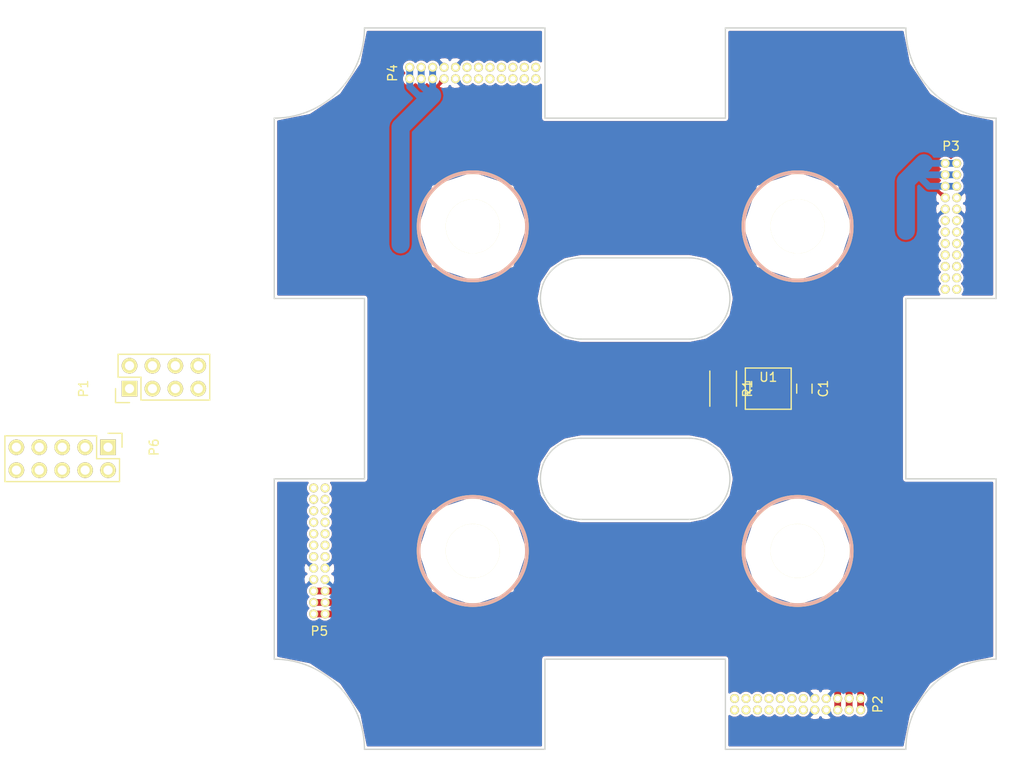
<source format=kicad_pcb>
(kicad_pcb (version 4) (host pcbnew 4.0.2-stable)

  (general
    (links 110)
    (no_connects 73)
    (area 59.924999 59.924999 140.075001 140.075001)
    (thickness 1.6)
    (drawings 42)
    (tracks 50)
    (zones 0)
    (modules 13)
    (nets 12)
  )

  (page A4)
  (layers
    (0 F.Cu signal)
    (31 B.Cu signal)
    (32 B.Adhes user)
    (33 F.Adhes user)
    (34 B.Paste user)
    (35 F.Paste user)
    (36 B.SilkS user)
    (37 F.SilkS user)
    (38 B.Mask user)
    (39 F.Mask user)
    (40 Dwgs.User user)
    (41 Cmts.User user)
    (42 Eco1.User user)
    (43 Eco2.User user)
    (44 Edge.Cuts user)
    (45 Margin user)
    (46 B.CrtYd user)
    (47 F.CrtYd user)
    (48 B.Fab user hide)
    (49 F.Fab user)
  )

  (setup
    (last_trace_width 0.2)
    (user_trace_width 0.25)
    (user_trace_width 0.3)
    (user_trace_width 0.5)
    (user_trace_width 0.75)
    (user_trace_width 1)
    (user_trace_width 1.5)
    (user_trace_width 2)
    (trace_clearance 0.2)
    (zone_clearance 0.25)
    (zone_45_only yes)
    (trace_min 0.2)
    (segment_width 0.2)
    (edge_width 0.15)
    (via_size 0.6)
    (via_drill 0.3)
    (via_min_size 0.4)
    (via_min_drill 0.3)
    (user_via 0.6 0.3)
    (user_via 1.5 0.762)
    (user_via 2 1.1)
    (uvia_size 0.3)
    (uvia_drill 0.1)
    (uvias_allowed no)
    (uvia_min_size 0.2)
    (uvia_min_drill 0.1)
    (pcb_text_width 0.3)
    (pcb_text_size 1.5 1.5)
    (mod_edge_width 0.15)
    (mod_text_size 1 1)
    (mod_text_width 0.15)
    (pad_size 6 6)
    (pad_drill 6)
    (pad_to_mask_clearance 0.15)
    (solder_mask_min_width 0.15)
    (aux_axis_origin 0 0)
    (grid_origin 100 100)
    (visible_elements FFFFEF7F)
    (pcbplotparams
      (layerselection 0x010c0_80000001)
      (usegerberextensions true)
      (excludeedgelayer true)
      (linewidth 0.100000)
      (plotframeref false)
      (viasonmask false)
      (mode 1)
      (useauxorigin false)
      (hpglpennumber 1)
      (hpglpenspeed 20)
      (hpglpendiameter 15)
      (hpglpenoverlay 2)
      (psnegative false)
      (psa4output false)
      (plotreference false)
      (plotvalue false)
      (plotinvisibletext false)
      (padsonsilk false)
      (subtractmaskfromsilk false)
      (outputformat 1)
      (mirror false)
      (drillshape 0)
      (scaleselection 1)
      (outputdirectory gerber))
  )

  (net 0 "")
  (net 1 GND)
  (net 2 /A)
  (net 3 /B)
  (net 4 /SCK)
  (net 5 /ONEWIRE)
  (net 6 +3V3)
  (net 7 "Net-(C1-Pad2)")
  (net 8 /PDO)
  (net 9 /PDI)
  (net 10 //RESET)
  (net 11 /VLANDER)

  (net_class Default "This is the default net class."
    (clearance 0.2)
    (trace_width 0.2)
    (via_dia 0.6)
    (via_drill 0.3)
    (uvia_dia 0.3)
    (uvia_drill 0.1)
    (add_net +3V3)
    (add_net //RESET)
    (add_net /A)
    (add_net /B)
    (add_net /ONEWIRE)
    (add_net /PDI)
    (add_net /PDO)
    (add_net /SCK)
    (add_net /VLANDER)
    (add_net GND)
    (add_net "Net-(C1-Pad2)")
  )

  (module SCUBE:6mm_NPTH (layer F.Cu) (tedit 58EE85C8) (tstamp 58EE86D4)
    (at 82 82)
    (fp_text reference REF** (at 0 7) (layer F.SilkS) hide
      (effects (font (size 1 1) (thickness 0.15)))
    )
    (fp_text value 6mm_NPTH (at 0 -7) (layer F.Fab) hide
      (effects (font (size 1 1) (thickness 0.15)))
    )
    (fp_circle (center 0 0) (end 6 0) (layer B.SilkS) (width 0.41))
    (fp_circle (center 0 0) (end 6 0) (layer F.SilkS) (width 0.41))
    (fp_circle (center 0 0) (end 6 0) (layer B.CrtYd) (width 0.41))
    (fp_circle (center 0 0) (end 6 0) (layer F.CrtYd) (width 0.41))
    (pad "" np_thru_hole circle (at 0 0) (size 6 6) (drill 6) (layers *.Cu *.Mask F.SilkS))
  )

  (module SCUBE:6mm_NPTH (layer F.Cu) (tedit 58EE85C8) (tstamp 58EE86CC)
    (at 82 118)
    (fp_text reference REF** (at 0 7) (layer F.SilkS) hide
      (effects (font (size 1 1) (thickness 0.15)))
    )
    (fp_text value 6mm_NPTH (at 0 -7) (layer F.Fab) hide
      (effects (font (size 1 1) (thickness 0.15)))
    )
    (fp_circle (center 0 0) (end 6 0) (layer B.SilkS) (width 0.41))
    (fp_circle (center 0 0) (end 6 0) (layer F.SilkS) (width 0.41))
    (fp_circle (center 0 0) (end 6 0) (layer B.CrtYd) (width 0.41))
    (fp_circle (center 0 0) (end 6 0) (layer F.CrtYd) (width 0.41))
    (pad "" np_thru_hole circle (at 0 0) (size 6 6) (drill 6) (layers *.Cu *.Mask F.SilkS))
  )

  (module SCUBE:6mm_NPTH (layer F.Cu) (tedit 58EE85C8) (tstamp 58EE86B2)
    (at 118 118)
    (fp_text reference REF** (at 0 7) (layer F.SilkS) hide
      (effects (font (size 1 1) (thickness 0.15)))
    )
    (fp_text value 6mm_NPTH (at 0 -7) (layer F.Fab) hide
      (effects (font (size 1 1) (thickness 0.15)))
    )
    (fp_circle (center 0 0) (end 6 0) (layer B.SilkS) (width 0.41))
    (fp_circle (center 0 0) (end 6 0) (layer F.SilkS) (width 0.41))
    (fp_circle (center 0 0) (end 6 0) (layer B.CrtYd) (width 0.41))
    (fp_circle (center 0 0) (end 6 0) (layer F.CrtYd) (width 0.41))
    (pad "" np_thru_hole circle (at 0 0) (size 6 6) (drill 6) (layers *.Cu *.Mask F.SilkS))
  )

  (module Resistors_SMD:R_2010 (layer F.Cu) (tedit 5415D342) (tstamp 58E26E7D)
    (at 109.75 100 270)
    (descr "Resistor SMD 2010, reflow soldering, Vishay (see dcrcw.pdf)")
    (tags "resistor 2010")
    (path /58E273B2)
    (attr smd)
    (fp_text reference R1 (at 0 -2.7 270) (layer F.SilkS)
      (effects (font (size 1 1) (thickness 0.15)))
    )
    (fp_text value 130 (at 0 2.7 270) (layer F.Fab)
      (effects (font (size 1 1) (thickness 0.15)))
    )
    (fp_line (start -3.25 -1.6) (end 3.25 -1.6) (layer F.CrtYd) (width 0.05))
    (fp_line (start -3.25 1.6) (end 3.25 1.6) (layer F.CrtYd) (width 0.05))
    (fp_line (start -3.25 -1.6) (end -3.25 1.6) (layer F.CrtYd) (width 0.05))
    (fp_line (start 3.25 -1.6) (end 3.25 1.6) (layer F.CrtYd) (width 0.05))
    (fp_line (start 1.95 1.475) (end -1.95 1.475) (layer F.SilkS) (width 0.15))
    (fp_line (start -1.95 -1.475) (end 1.95 -1.475) (layer F.SilkS) (width 0.15))
    (pad 1 smd rect (at -2.45 0 270) (size 1 2.5) (layers F.Cu F.Paste F.Mask)
      (net 6 +3V3))
    (pad 2 smd rect (at 2.45 0 270) (size 1 2.5) (layers F.Cu F.Paste F.Mask)
      (net 7 "Net-(C1-Pad2)"))
    (model Resistors_SMD.3dshapes/R_2010.wrl
      (at (xyz 0 0 0))
      (scale (xyz 1 1 1))
      (rotate (xyz 0 0 0))
    )
  )

  (module Pin_Headers:Pin_Header_Straight_2x04 (layer F.Cu) (tedit 0) (tstamp 58E25AF2)
    (at 43.96 100 90)
    (descr "Through hole pin header")
    (tags "pin header")
    (path /58E262F8)
    (fp_text reference P1 (at 0 -5.1 90) (layer F.SilkS)
      (effects (font (size 1 1) (thickness 0.15)))
    )
    (fp_text value LANDER (at 0 -3.1 90) (layer F.Fab)
      (effects (font (size 1 1) (thickness 0.15)))
    )
    (fp_line (start -1.75 -1.75) (end -1.75 9.4) (layer F.CrtYd) (width 0.05))
    (fp_line (start 4.3 -1.75) (end 4.3 9.4) (layer F.CrtYd) (width 0.05))
    (fp_line (start -1.75 -1.75) (end 4.3 -1.75) (layer F.CrtYd) (width 0.05))
    (fp_line (start -1.75 9.4) (end 4.3 9.4) (layer F.CrtYd) (width 0.05))
    (fp_line (start -1.27 1.27) (end -1.27 8.89) (layer F.SilkS) (width 0.15))
    (fp_line (start -1.27 8.89) (end 3.81 8.89) (layer F.SilkS) (width 0.15))
    (fp_line (start 3.81 8.89) (end 3.81 -1.27) (layer F.SilkS) (width 0.15))
    (fp_line (start 3.81 -1.27) (end 1.27 -1.27) (layer F.SilkS) (width 0.15))
    (fp_line (start 0 -1.55) (end -1.55 -1.55) (layer F.SilkS) (width 0.15))
    (fp_line (start 1.27 -1.27) (end 1.27 1.27) (layer F.SilkS) (width 0.15))
    (fp_line (start 1.27 1.27) (end -1.27 1.27) (layer F.SilkS) (width 0.15))
    (fp_line (start -1.55 -1.55) (end -1.55 0) (layer F.SilkS) (width 0.15))
    (pad 1 thru_hole rect (at 0 0 90) (size 1.7272 1.7272) (drill 1.016) (layers *.Cu *.Mask F.SilkS)
      (net 11 /VLANDER))
    (pad 2 thru_hole oval (at 2.54 0 90) (size 1.7272 1.7272) (drill 1.016) (layers *.Cu *.Mask F.SilkS)
      (net 11 /VLANDER))
    (pad 3 thru_hole oval (at 0 2.54 90) (size 1.7272 1.7272) (drill 1.016) (layers *.Cu *.Mask F.SilkS)
      (net 1 GND))
    (pad 4 thru_hole oval (at 2.54 2.54 90) (size 1.7272 1.7272) (drill 1.016) (layers *.Cu *.Mask F.SilkS)
      (net 1 GND))
    (pad 5 thru_hole oval (at 0 5.08 90) (size 1.7272 1.7272) (drill 1.016) (layers *.Cu *.Mask F.SilkS)
      (net 2 /A))
    (pad 6 thru_hole oval (at 2.54 5.08 90) (size 1.7272 1.7272) (drill 1.016) (layers *.Cu *.Mask F.SilkS)
      (net 2 /A))
    (pad 7 thru_hole oval (at 0 7.62 90) (size 1.7272 1.7272) (drill 1.016) (layers *.Cu *.Mask F.SilkS)
      (net 3 /B))
    (pad 8 thru_hole oval (at 2.54 7.62 90) (size 1.7272 1.7272) (drill 1.016) (layers *.Cu *.Mask F.SilkS)
      (net 3 /B))
    (model Pin_Headers.3dshapes/Pin_Header_Straight_2x04.wrl
      (at (xyz 0.05 -0.15 0))
      (scale (xyz 1 1 1))
      (rotate (xyz 0 0 90))
    )
  )

  (module SCUBE:FTSH-112-01-L-D-RA (layer F.Cu) (tedit 58D8FB95) (tstamp 58E25AFD)
    (at 118 135 180)
    (path /58E26F42)
    (fp_text reference P2 (at -8.89 0 270) (layer F.SilkS)
      (effects (font (size 1 1) (thickness 0.15)))
    )
    (fp_text value CONN_02X12 (at 1.27 2.54 180) (layer F.Fab)
      (effects (font (size 1 1) (thickness 0.15)))
    )
    (fp_line (start -6.985 0.635) (end -6.985 -7.465) (layer F.CrtYd) (width 0.41))
    (fp_line (start -7.58 -1.905) (end -7.58 -4.415) (layer F.CrtYd) (width 0.2))
    (fp_line (start 7.58 -1.905) (end -7.58 -1.905) (layer F.CrtYd) (width 0.2))
    (fp_line (start 7.58 -4.415) (end 7.58 -1.905) (layer F.CrtYd) (width 0.2))
    (fp_line (start -7.58 -4.415) (end 7.58 -4.415) (layer F.CrtYd) (width 0.2))
    (fp_line (start -5.715 0.635) (end -5.715 -7.465) (layer F.CrtYd) (width 0.41))
    (fp_line (start -4.445 0.635) (end -4.445 -7.465) (layer F.CrtYd) (width 0.41))
    (fp_line (start -3.175 0.635) (end -3.175 -7.465) (layer F.CrtYd) (width 0.41))
    (fp_line (start -1.905 0.635) (end -1.905 -7.465) (layer F.CrtYd) (width 0.41))
    (fp_line (start -0.635 0.635) (end -0.635 -7.465) (layer F.CrtYd) (width 0.41))
    (fp_line (start 0.635 0.635) (end 0.635 -7.465) (layer F.CrtYd) (width 0.41))
    (fp_line (start 1.905 0.635) (end 1.905 -7.465) (layer F.CrtYd) (width 0.41))
    (fp_line (start 3.175 0.635) (end 3.175 -7.465) (layer F.CrtYd) (width 0.41))
    (fp_line (start 4.445 0.635) (end 4.445 -7.465) (layer F.CrtYd) (width 0.41))
    (fp_line (start 5.715 0.635) (end 5.715 -7.465) (layer F.CrtYd) (width 0.41))
    (fp_line (start 6.985 0.635) (end 6.985 -7.465) (layer F.CrtYd) (width 0.41))
    (pad 1 thru_hole circle (at -6.985 0.635 180) (size 1 1) (drill 0.6) (layers *.Cu *.Mask F.SilkS)
      (net 11 /VLANDER))
    (pad 2 thru_hole circle (at -6.985 -0.635 180) (size 1 1) (drill 0.6) (layers *.Cu *.Mask F.SilkS)
      (net 11 /VLANDER))
    (pad 3 thru_hole circle (at -5.715 0.635 180) (size 1 1) (drill 0.6) (layers *.Cu *.Mask F.SilkS)
      (net 11 /VLANDER))
    (pad 4 thru_hole circle (at -5.715 -0.635 180) (size 1 1) (drill 0.6) (layers *.Cu *.Mask F.SilkS)
      (net 11 /VLANDER))
    (pad 5 thru_hole circle (at -4.445 0.635 180) (size 1 1) (drill 0.6) (layers *.Cu *.Mask F.SilkS)
      (net 11 /VLANDER))
    (pad 6 thru_hole circle (at -4.445 -0.635 180) (size 1 1) (drill 0.6) (layers *.Cu *.Mask F.SilkS)
      (net 11 /VLANDER))
    (pad 7 thru_hole circle (at -3.175 0.635 180) (size 1 1) (drill 0.6) (layers *.Cu *.Mask F.SilkS)
      (net 1 GND))
    (pad 8 thru_hole circle (at -3.175 -0.635 180) (size 1 1) (drill 0.6) (layers *.Cu *.Mask F.SilkS)
      (net 1 GND))
    (pad 9 thru_hole circle (at -1.905 0.635 180) (size 1 1) (drill 0.6) (layers *.Cu *.Mask F.SilkS)
      (net 1 GND))
    (pad 10 thru_hole circle (at -1.905 -0.635 180) (size 1 1) (drill 0.6) (layers *.Cu *.Mask F.SilkS)
      (net 1 GND))
    (pad 11 thru_hole circle (at -0.635 0.635 180) (size 1 1) (drill 0.6) (layers *.Cu *.Mask F.SilkS)
      (net 2 /A))
    (pad 12 thru_hole circle (at -0.635 -0.635 180) (size 1 1) (drill 0.6) (layers *.Cu *.Mask F.SilkS)
      (net 2 /A))
    (pad 13 thru_hole circle (at 0.635 0.635 180) (size 1 1) (drill 0.6) (layers *.Cu *.Mask F.SilkS)
      (net 3 /B))
    (pad 14 thru_hole circle (at 0.635 -0.635 180) (size 1 1) (drill 0.6) (layers *.Cu *.Mask F.SilkS)
      (net 3 /B))
    (pad 15 thru_hole circle (at 1.905 0.635 180) (size 1 1) (drill 0.6) (layers *.Cu *.Mask F.SilkS)
      (net 8 /PDO))
    (pad 16 thru_hole circle (at 1.905 -0.635 180) (size 1 1) (drill 0.6) (layers *.Cu *.Mask F.SilkS)
      (net 8 /PDO))
    (pad 17 thru_hole circle (at 3.175 0.635 180) (size 1 1) (drill 0.6) (layers *.Cu *.Mask F.SilkS)
      (net 9 /PDI))
    (pad 18 thru_hole circle (at 3.175 -0.635 180) (size 1 1) (drill 0.6) (layers *.Cu *.Mask F.SilkS)
      (net 9 /PDI))
    (pad 19 thru_hole circle (at 4.445 0.635 180) (size 1 1) (drill 0.6) (layers *.Cu *.Mask F.SilkS)
      (net 5 /ONEWIRE))
    (pad 20 thru_hole circle (at 4.445 -0.635 180) (size 1 1) (drill 0.6) (layers *.Cu *.Mask F.SilkS)
      (net 5 /ONEWIRE))
    (pad 21 thru_hole circle (at 5.715 0.635 180) (size 1 1) (drill 0.6) (layers *.Cu *.Mask F.SilkS)
      (net 6 +3V3))
    (pad 22 thru_hole circle (at 5.715 -0.635 180) (size 1 1) (drill 0.6) (layers *.Cu *.Mask F.SilkS)
      (net 6 +3V3))
    (pad 23 thru_hole circle (at 6.985 0.635 180) (size 1 1) (drill 0.6) (layers *.Cu *.Mask F.SilkS)
      (net 4 /SCK))
    (pad 24 thru_hole circle (at 6.985 -0.635 180) (size 1 1) (drill 0.6) (layers *.Cu *.Mask F.SilkS)
      (net 10 //RESET))
  )

  (module SCUBE:FTSH-112-01-L-D-RA (layer F.Cu) (tedit 58D8FB95) (tstamp 58E25B18)
    (at 135 82 270)
    (path /58E26EFA)
    (fp_text reference P3 (at -8.89 0 360) (layer F.SilkS)
      (effects (font (size 1 1) (thickness 0.15)))
    )
    (fp_text value CONN_02X12 (at 1.27 2.54 270) (layer F.Fab)
      (effects (font (size 1 1) (thickness 0.15)))
    )
    (fp_line (start -6.985 0.635) (end -6.985 -7.465) (layer F.CrtYd) (width 0.41))
    (fp_line (start -7.58 -1.905) (end -7.58 -4.415) (layer F.CrtYd) (width 0.2))
    (fp_line (start 7.58 -1.905) (end -7.58 -1.905) (layer F.CrtYd) (width 0.2))
    (fp_line (start 7.58 -4.415) (end 7.58 -1.905) (layer F.CrtYd) (width 0.2))
    (fp_line (start -7.58 -4.415) (end 7.58 -4.415) (layer F.CrtYd) (width 0.2))
    (fp_line (start -5.715 0.635) (end -5.715 -7.465) (layer F.CrtYd) (width 0.41))
    (fp_line (start -4.445 0.635) (end -4.445 -7.465) (layer F.CrtYd) (width 0.41))
    (fp_line (start -3.175 0.635) (end -3.175 -7.465) (layer F.CrtYd) (width 0.41))
    (fp_line (start -1.905 0.635) (end -1.905 -7.465) (layer F.CrtYd) (width 0.41))
    (fp_line (start -0.635 0.635) (end -0.635 -7.465) (layer F.CrtYd) (width 0.41))
    (fp_line (start 0.635 0.635) (end 0.635 -7.465) (layer F.CrtYd) (width 0.41))
    (fp_line (start 1.905 0.635) (end 1.905 -7.465) (layer F.CrtYd) (width 0.41))
    (fp_line (start 3.175 0.635) (end 3.175 -7.465) (layer F.CrtYd) (width 0.41))
    (fp_line (start 4.445 0.635) (end 4.445 -7.465) (layer F.CrtYd) (width 0.41))
    (fp_line (start 5.715 0.635) (end 5.715 -7.465) (layer F.CrtYd) (width 0.41))
    (fp_line (start 6.985 0.635) (end 6.985 -7.465) (layer F.CrtYd) (width 0.41))
    (pad 1 thru_hole circle (at -6.985 0.635 270) (size 1 1) (drill 0.6) (layers *.Cu *.Mask F.SilkS)
      (net 11 /VLANDER))
    (pad 2 thru_hole circle (at -6.985 -0.635 270) (size 1 1) (drill 0.6) (layers *.Cu *.Mask F.SilkS)
      (net 11 /VLANDER))
    (pad 3 thru_hole circle (at -5.715 0.635 270) (size 1 1) (drill 0.6) (layers *.Cu *.Mask F.SilkS)
      (net 11 /VLANDER))
    (pad 4 thru_hole circle (at -5.715 -0.635 270) (size 1 1) (drill 0.6) (layers *.Cu *.Mask F.SilkS)
      (net 11 /VLANDER))
    (pad 5 thru_hole circle (at -4.445 0.635 270) (size 1 1) (drill 0.6) (layers *.Cu *.Mask F.SilkS)
      (net 11 /VLANDER))
    (pad 6 thru_hole circle (at -4.445 -0.635 270) (size 1 1) (drill 0.6) (layers *.Cu *.Mask F.SilkS)
      (net 11 /VLANDER))
    (pad 7 thru_hole circle (at -3.175 0.635 270) (size 1 1) (drill 0.6) (layers *.Cu *.Mask F.SilkS)
      (net 1 GND))
    (pad 8 thru_hole circle (at -3.175 -0.635 270) (size 1 1) (drill 0.6) (layers *.Cu *.Mask F.SilkS)
      (net 1 GND))
    (pad 9 thru_hole circle (at -1.905 0.635 270) (size 1 1) (drill 0.6) (layers *.Cu *.Mask F.SilkS)
      (net 1 GND))
    (pad 10 thru_hole circle (at -1.905 -0.635 270) (size 1 1) (drill 0.6) (layers *.Cu *.Mask F.SilkS)
      (net 1 GND))
    (pad 11 thru_hole circle (at -0.635 0.635 270) (size 1 1) (drill 0.6) (layers *.Cu *.Mask F.SilkS)
      (net 2 /A))
    (pad 12 thru_hole circle (at -0.635 -0.635 270) (size 1 1) (drill 0.6) (layers *.Cu *.Mask F.SilkS)
      (net 2 /A))
    (pad 13 thru_hole circle (at 0.635 0.635 270) (size 1 1) (drill 0.6) (layers *.Cu *.Mask F.SilkS)
      (net 3 /B))
    (pad 14 thru_hole circle (at 0.635 -0.635 270) (size 1 1) (drill 0.6) (layers *.Cu *.Mask F.SilkS)
      (net 3 /B))
    (pad 15 thru_hole circle (at 1.905 0.635 270) (size 1 1) (drill 0.6) (layers *.Cu *.Mask F.SilkS)
      (net 8 /PDO))
    (pad 16 thru_hole circle (at 1.905 -0.635 270) (size 1 1) (drill 0.6) (layers *.Cu *.Mask F.SilkS)
      (net 8 /PDO))
    (pad 17 thru_hole circle (at 3.175 0.635 270) (size 1 1) (drill 0.6) (layers *.Cu *.Mask F.SilkS)
      (net 9 /PDI))
    (pad 18 thru_hole circle (at 3.175 -0.635 270) (size 1 1) (drill 0.6) (layers *.Cu *.Mask F.SilkS)
      (net 9 /PDI))
    (pad 19 thru_hole circle (at 4.445 0.635 270) (size 1 1) (drill 0.6) (layers *.Cu *.Mask F.SilkS)
      (net 5 /ONEWIRE))
    (pad 20 thru_hole circle (at 4.445 -0.635 270) (size 1 1) (drill 0.6) (layers *.Cu *.Mask F.SilkS)
      (net 5 /ONEWIRE))
    (pad 21 thru_hole circle (at 5.715 0.635 270) (size 1 1) (drill 0.6) (layers *.Cu *.Mask F.SilkS)
      (net 6 +3V3))
    (pad 22 thru_hole circle (at 5.715 -0.635 270) (size 1 1) (drill 0.6) (layers *.Cu *.Mask F.SilkS)
      (net 6 +3V3))
    (pad 23 thru_hole circle (at 6.985 0.635 270) (size 1 1) (drill 0.6) (layers *.Cu *.Mask F.SilkS)
      (net 4 /SCK))
    (pad 24 thru_hole circle (at 6.985 -0.635 270) (size 1 1) (drill 0.6) (layers *.Cu *.Mask F.SilkS)
      (net 10 //RESET))
  )

  (module SCUBE:FTSH-112-01-L-D-RA (layer F.Cu) (tedit 58D8FB95) (tstamp 58E25B33)
    (at 82 65)
    (path /58E26EBE)
    (fp_text reference P4 (at -8.89 0 90) (layer F.SilkS)
      (effects (font (size 1 1) (thickness 0.15)))
    )
    (fp_text value CONN_02X12 (at 1.27 2.54) (layer F.Fab)
      (effects (font (size 1 1) (thickness 0.15)))
    )
    (fp_line (start -6.985 0.635) (end -6.985 -7.465) (layer F.CrtYd) (width 0.41))
    (fp_line (start -7.58 -1.905) (end -7.58 -4.415) (layer F.CrtYd) (width 0.2))
    (fp_line (start 7.58 -1.905) (end -7.58 -1.905) (layer F.CrtYd) (width 0.2))
    (fp_line (start 7.58 -4.415) (end 7.58 -1.905) (layer F.CrtYd) (width 0.2))
    (fp_line (start -7.58 -4.415) (end 7.58 -4.415) (layer F.CrtYd) (width 0.2))
    (fp_line (start -5.715 0.635) (end -5.715 -7.465) (layer F.CrtYd) (width 0.41))
    (fp_line (start -4.445 0.635) (end -4.445 -7.465) (layer F.CrtYd) (width 0.41))
    (fp_line (start -3.175 0.635) (end -3.175 -7.465) (layer F.CrtYd) (width 0.41))
    (fp_line (start -1.905 0.635) (end -1.905 -7.465) (layer F.CrtYd) (width 0.41))
    (fp_line (start -0.635 0.635) (end -0.635 -7.465) (layer F.CrtYd) (width 0.41))
    (fp_line (start 0.635 0.635) (end 0.635 -7.465) (layer F.CrtYd) (width 0.41))
    (fp_line (start 1.905 0.635) (end 1.905 -7.465) (layer F.CrtYd) (width 0.41))
    (fp_line (start 3.175 0.635) (end 3.175 -7.465) (layer F.CrtYd) (width 0.41))
    (fp_line (start 4.445 0.635) (end 4.445 -7.465) (layer F.CrtYd) (width 0.41))
    (fp_line (start 5.715 0.635) (end 5.715 -7.465) (layer F.CrtYd) (width 0.41))
    (fp_line (start 6.985 0.635) (end 6.985 -7.465) (layer F.CrtYd) (width 0.41))
    (pad 1 thru_hole circle (at -6.985 0.635) (size 1 1) (drill 0.6) (layers *.Cu *.Mask F.SilkS)
      (net 11 /VLANDER))
    (pad 2 thru_hole circle (at -6.985 -0.635) (size 1 1) (drill 0.6) (layers *.Cu *.Mask F.SilkS)
      (net 11 /VLANDER))
    (pad 3 thru_hole circle (at -5.715 0.635) (size 1 1) (drill 0.6) (layers *.Cu *.Mask F.SilkS)
      (net 11 /VLANDER))
    (pad 4 thru_hole circle (at -5.715 -0.635) (size 1 1) (drill 0.6) (layers *.Cu *.Mask F.SilkS)
      (net 11 /VLANDER))
    (pad 5 thru_hole circle (at -4.445 0.635) (size 1 1) (drill 0.6) (layers *.Cu *.Mask F.SilkS)
      (net 11 /VLANDER))
    (pad 6 thru_hole circle (at -4.445 -0.635) (size 1 1) (drill 0.6) (layers *.Cu *.Mask F.SilkS)
      (net 11 /VLANDER))
    (pad 7 thru_hole circle (at -3.175 0.635) (size 1 1) (drill 0.6) (layers *.Cu *.Mask F.SilkS)
      (net 1 GND))
    (pad 8 thru_hole circle (at -3.175 -0.635) (size 1 1) (drill 0.6) (layers *.Cu *.Mask F.SilkS)
      (net 1 GND))
    (pad 9 thru_hole circle (at -1.905 0.635) (size 1 1) (drill 0.6) (layers *.Cu *.Mask F.SilkS)
      (net 1 GND))
    (pad 10 thru_hole circle (at -1.905 -0.635) (size 1 1) (drill 0.6) (layers *.Cu *.Mask F.SilkS)
      (net 1 GND))
    (pad 11 thru_hole circle (at -0.635 0.635) (size 1 1) (drill 0.6) (layers *.Cu *.Mask F.SilkS)
      (net 2 /A))
    (pad 12 thru_hole circle (at -0.635 -0.635) (size 1 1) (drill 0.6) (layers *.Cu *.Mask F.SilkS)
      (net 2 /A))
    (pad 13 thru_hole circle (at 0.635 0.635) (size 1 1) (drill 0.6) (layers *.Cu *.Mask F.SilkS)
      (net 3 /B))
    (pad 14 thru_hole circle (at 0.635 -0.635) (size 1 1) (drill 0.6) (layers *.Cu *.Mask F.SilkS)
      (net 3 /B))
    (pad 15 thru_hole circle (at 1.905 0.635) (size 1 1) (drill 0.6) (layers *.Cu *.Mask F.SilkS)
      (net 8 /PDO))
    (pad 16 thru_hole circle (at 1.905 -0.635) (size 1 1) (drill 0.6) (layers *.Cu *.Mask F.SilkS)
      (net 8 /PDO))
    (pad 17 thru_hole circle (at 3.175 0.635) (size 1 1) (drill 0.6) (layers *.Cu *.Mask F.SilkS)
      (net 9 /PDI))
    (pad 18 thru_hole circle (at 3.175 -0.635) (size 1 1) (drill 0.6) (layers *.Cu *.Mask F.SilkS)
      (net 9 /PDI))
    (pad 19 thru_hole circle (at 4.445 0.635) (size 1 1) (drill 0.6) (layers *.Cu *.Mask F.SilkS)
      (net 5 /ONEWIRE))
    (pad 20 thru_hole circle (at 4.445 -0.635) (size 1 1) (drill 0.6) (layers *.Cu *.Mask F.SilkS)
      (net 5 /ONEWIRE))
    (pad 21 thru_hole circle (at 5.715 0.635) (size 1 1) (drill 0.6) (layers *.Cu *.Mask F.SilkS)
      (net 6 +3V3))
    (pad 22 thru_hole circle (at 5.715 -0.635) (size 1 1) (drill 0.6) (layers *.Cu *.Mask F.SilkS)
      (net 6 +3V3))
    (pad 23 thru_hole circle (at 6.985 0.635) (size 1 1) (drill 0.6) (layers *.Cu *.Mask F.SilkS)
      (net 4 /SCK))
    (pad 24 thru_hole circle (at 6.985 -0.635) (size 1 1) (drill 0.6) (layers *.Cu *.Mask F.SilkS)
      (net 10 //RESET))
  )

  (module SCUBE:FTSH-112-01-L-D-RA (layer F.Cu) (tedit 58D8FB95) (tstamp 58E25B4E)
    (at 65 118 90)
    (path /58E26257)
    (fp_text reference P5 (at -8.89 0 180) (layer F.SilkS)
      (effects (font (size 1 1) (thickness 0.15)))
    )
    (fp_text value CONN_02X12 (at 1.27 2.54 90) (layer F.Fab)
      (effects (font (size 1 1) (thickness 0.15)))
    )
    (fp_line (start -6.985 0.635) (end -6.985 -7.465) (layer F.CrtYd) (width 0.41))
    (fp_line (start -7.58 -1.905) (end -7.58 -4.415) (layer F.CrtYd) (width 0.2))
    (fp_line (start 7.58 -1.905) (end -7.58 -1.905) (layer F.CrtYd) (width 0.2))
    (fp_line (start 7.58 -4.415) (end 7.58 -1.905) (layer F.CrtYd) (width 0.2))
    (fp_line (start -7.58 -4.415) (end 7.58 -4.415) (layer F.CrtYd) (width 0.2))
    (fp_line (start -5.715 0.635) (end -5.715 -7.465) (layer F.CrtYd) (width 0.41))
    (fp_line (start -4.445 0.635) (end -4.445 -7.465) (layer F.CrtYd) (width 0.41))
    (fp_line (start -3.175 0.635) (end -3.175 -7.465) (layer F.CrtYd) (width 0.41))
    (fp_line (start -1.905 0.635) (end -1.905 -7.465) (layer F.CrtYd) (width 0.41))
    (fp_line (start -0.635 0.635) (end -0.635 -7.465) (layer F.CrtYd) (width 0.41))
    (fp_line (start 0.635 0.635) (end 0.635 -7.465) (layer F.CrtYd) (width 0.41))
    (fp_line (start 1.905 0.635) (end 1.905 -7.465) (layer F.CrtYd) (width 0.41))
    (fp_line (start 3.175 0.635) (end 3.175 -7.465) (layer F.CrtYd) (width 0.41))
    (fp_line (start 4.445 0.635) (end 4.445 -7.465) (layer F.CrtYd) (width 0.41))
    (fp_line (start 5.715 0.635) (end 5.715 -7.465) (layer F.CrtYd) (width 0.41))
    (fp_line (start 6.985 0.635) (end 6.985 -7.465) (layer F.CrtYd) (width 0.41))
    (pad 1 thru_hole circle (at -6.985 0.635 90) (size 1 1) (drill 0.6) (layers *.Cu *.Mask F.SilkS)
      (net 11 /VLANDER))
    (pad 2 thru_hole circle (at -6.985 -0.635 90) (size 1 1) (drill 0.6) (layers *.Cu *.Mask F.SilkS)
      (net 11 /VLANDER))
    (pad 3 thru_hole circle (at -5.715 0.635 90) (size 1 1) (drill 0.6) (layers *.Cu *.Mask F.SilkS)
      (net 11 /VLANDER))
    (pad 4 thru_hole circle (at -5.715 -0.635 90) (size 1 1) (drill 0.6) (layers *.Cu *.Mask F.SilkS)
      (net 11 /VLANDER))
    (pad 5 thru_hole circle (at -4.445 0.635 90) (size 1 1) (drill 0.6) (layers *.Cu *.Mask F.SilkS)
      (net 11 /VLANDER))
    (pad 6 thru_hole circle (at -4.445 -0.635 90) (size 1 1) (drill 0.6) (layers *.Cu *.Mask F.SilkS)
      (net 11 /VLANDER))
    (pad 7 thru_hole circle (at -3.175 0.635 90) (size 1 1) (drill 0.6) (layers *.Cu *.Mask F.SilkS)
      (net 1 GND))
    (pad 8 thru_hole circle (at -3.175 -0.635 90) (size 1 1) (drill 0.6) (layers *.Cu *.Mask F.SilkS)
      (net 1 GND))
    (pad 9 thru_hole circle (at -1.905 0.635 90) (size 1 1) (drill 0.6) (layers *.Cu *.Mask F.SilkS)
      (net 1 GND))
    (pad 10 thru_hole circle (at -1.905 -0.635 90) (size 1 1) (drill 0.6) (layers *.Cu *.Mask F.SilkS)
      (net 1 GND))
    (pad 11 thru_hole circle (at -0.635 0.635 90) (size 1 1) (drill 0.6) (layers *.Cu *.Mask F.SilkS)
      (net 2 /A))
    (pad 12 thru_hole circle (at -0.635 -0.635 90) (size 1 1) (drill 0.6) (layers *.Cu *.Mask F.SilkS)
      (net 2 /A))
    (pad 13 thru_hole circle (at 0.635 0.635 90) (size 1 1) (drill 0.6) (layers *.Cu *.Mask F.SilkS)
      (net 3 /B))
    (pad 14 thru_hole circle (at 0.635 -0.635 90) (size 1 1) (drill 0.6) (layers *.Cu *.Mask F.SilkS)
      (net 3 /B))
    (pad 15 thru_hole circle (at 1.905 0.635 90) (size 1 1) (drill 0.6) (layers *.Cu *.Mask F.SilkS)
      (net 8 /PDO))
    (pad 16 thru_hole circle (at 1.905 -0.635 90) (size 1 1) (drill 0.6) (layers *.Cu *.Mask F.SilkS)
      (net 8 /PDO))
    (pad 17 thru_hole circle (at 3.175 0.635 90) (size 1 1) (drill 0.6) (layers *.Cu *.Mask F.SilkS)
      (net 9 /PDI))
    (pad 18 thru_hole circle (at 3.175 -0.635 90) (size 1 1) (drill 0.6) (layers *.Cu *.Mask F.SilkS)
      (net 9 /PDI))
    (pad 19 thru_hole circle (at 4.445 0.635 90) (size 1 1) (drill 0.6) (layers *.Cu *.Mask F.SilkS)
      (net 5 /ONEWIRE))
    (pad 20 thru_hole circle (at 4.445 -0.635 90) (size 1 1) (drill 0.6) (layers *.Cu *.Mask F.SilkS)
      (net 5 /ONEWIRE))
    (pad 21 thru_hole circle (at 5.715 0.635 90) (size 1 1) (drill 0.6) (layers *.Cu *.Mask F.SilkS)
      (net 6 +3V3))
    (pad 22 thru_hole circle (at 5.715 -0.635 90) (size 1 1) (drill 0.6) (layers *.Cu *.Mask F.SilkS)
      (net 6 +3V3))
    (pad 23 thru_hole circle (at 6.985 0.635 90) (size 1 1) (drill 0.6) (layers *.Cu *.Mask F.SilkS)
      (net 4 /SCK))
    (pad 24 thru_hole circle (at 6.985 -0.635 90) (size 1 1) (drill 0.6) (layers *.Cu *.Mask F.SilkS)
      (net 10 //RESET))
  )

  (module Pin_Headers:Pin_Header_Straight_2x05 (layer F.Cu) (tedit 0) (tstamp 58E25B69)
    (at 41.58 106.5 270)
    (descr "Through hole pin header")
    (tags "pin header")
    (path /58E2654F)
    (fp_text reference P6 (at 0 -5.1 270) (layer F.SilkS)
      (effects (font (size 1 1) (thickness 0.15)))
    )
    (fp_text value PROG (at 0 -3.1 270) (layer F.Fab)
      (effects (font (size 1 1) (thickness 0.15)))
    )
    (fp_line (start -1.75 -1.75) (end -1.75 11.95) (layer F.CrtYd) (width 0.05))
    (fp_line (start 4.3 -1.75) (end 4.3 11.95) (layer F.CrtYd) (width 0.05))
    (fp_line (start -1.75 -1.75) (end 4.3 -1.75) (layer F.CrtYd) (width 0.05))
    (fp_line (start -1.75 11.95) (end 4.3 11.95) (layer F.CrtYd) (width 0.05))
    (fp_line (start 3.81 -1.27) (end 3.81 11.43) (layer F.SilkS) (width 0.15))
    (fp_line (start 3.81 11.43) (end -1.27 11.43) (layer F.SilkS) (width 0.15))
    (fp_line (start -1.27 11.43) (end -1.27 1.27) (layer F.SilkS) (width 0.15))
    (fp_line (start 3.81 -1.27) (end 1.27 -1.27) (layer F.SilkS) (width 0.15))
    (fp_line (start 0 -1.55) (end -1.55 -1.55) (layer F.SilkS) (width 0.15))
    (fp_line (start 1.27 -1.27) (end 1.27 1.27) (layer F.SilkS) (width 0.15))
    (fp_line (start 1.27 1.27) (end -1.27 1.27) (layer F.SilkS) (width 0.15))
    (fp_line (start -1.55 -1.55) (end -1.55 0) (layer F.SilkS) (width 0.15))
    (pad 1 thru_hole rect (at 0 0 270) (size 1.7272 1.7272) (drill 1.016) (layers *.Cu *.Mask F.SilkS)
      (net 8 /PDO))
    (pad 2 thru_hole oval (at 2.54 0 270) (size 1.7272 1.7272) (drill 1.016) (layers *.Cu *.Mask F.SilkS)
      (net 8 /PDO))
    (pad 3 thru_hole oval (at 0 2.54 270) (size 1.7272 1.7272) (drill 1.016) (layers *.Cu *.Mask F.SilkS)
      (net 9 /PDI))
    (pad 4 thru_hole oval (at 2.54 2.54 270) (size 1.7272 1.7272) (drill 1.016) (layers *.Cu *.Mask F.SilkS)
      (net 9 /PDI))
    (pad 5 thru_hole oval (at 0 5.08 270) (size 1.7272 1.7272) (drill 1.016) (layers *.Cu *.Mask F.SilkS)
      (net 5 /ONEWIRE))
    (pad 6 thru_hole oval (at 2.54 5.08 270) (size 1.7272 1.7272) (drill 1.016) (layers *.Cu *.Mask F.SilkS)
      (net 5 /ONEWIRE))
    (pad 7 thru_hole oval (at 0 7.62 270) (size 1.7272 1.7272) (drill 1.016) (layers *.Cu *.Mask F.SilkS)
      (net 6 +3V3))
    (pad 8 thru_hole oval (at 2.54 7.62 270) (size 1.7272 1.7272) (drill 1.016) (layers *.Cu *.Mask F.SilkS)
      (net 6 +3V3))
    (pad 9 thru_hole oval (at 0 10.16 270) (size 1.7272 1.7272) (drill 1.016) (layers *.Cu *.Mask F.SilkS)
      (net 10 //RESET))
    (pad 10 thru_hole oval (at 2.54 10.16 270) (size 1.7272 1.7272) (drill 1.016) (layers *.Cu *.Mask F.SilkS)
      (net 10 //RESET))
    (model Pin_Headers.3dshapes/Pin_Header_Straight_2x05.wrl
      (at (xyz 0.05 -0.2 0))
      (scale (xyz 1 1 1))
      (rotate (xyz 0 0 90))
    )
  )

  (module SMD_Packages:SOIC-8-N (layer F.Cu) (tedit 0) (tstamp 58E26E89)
    (at 114.75 100)
    (descr "Module Narrow CMS SOJ 8 pins large")
    (tags "CMS SOJ")
    (path /58E26C10)
    (attr smd)
    (fp_text reference U1 (at 0 -1.27) (layer F.SilkS)
      (effects (font (size 1 1) (thickness 0.15)))
    )
    (fp_text value DS18B20Z (at 0 1.27) (layer F.Fab)
      (effects (font (size 1 1) (thickness 0.15)))
    )
    (fp_line (start -2.54 -2.286) (end 2.54 -2.286) (layer F.SilkS) (width 0.15))
    (fp_line (start 2.54 -2.286) (end 2.54 2.286) (layer F.SilkS) (width 0.15))
    (fp_line (start 2.54 2.286) (end -2.54 2.286) (layer F.SilkS) (width 0.15))
    (fp_line (start -2.54 2.286) (end -2.54 -2.286) (layer F.SilkS) (width 0.15))
    (fp_line (start -2.54 -0.762) (end -2.032 -0.762) (layer F.SilkS) (width 0.15))
    (fp_line (start -2.032 -0.762) (end -2.032 0.508) (layer F.SilkS) (width 0.15))
    (fp_line (start -2.032 0.508) (end -2.54 0.508) (layer F.SilkS) (width 0.15))
    (pad 8 smd rect (at -1.905 -3.175) (size 0.508 1.143) (layers F.Cu F.Paste F.Mask))
    (pad 7 smd rect (at -0.635 -3.175) (size 0.508 1.143) (layers F.Cu F.Paste F.Mask))
    (pad 6 smd rect (at 0.635 -3.175) (size 0.508 1.143) (layers F.Cu F.Paste F.Mask))
    (pad 5 smd rect (at 1.905 -3.175) (size 0.508 1.143) (layers F.Cu F.Paste F.Mask)
      (net 1 GND))
    (pad 4 smd rect (at 1.905 3.175) (size 0.508 1.143) (layers F.Cu F.Paste F.Mask)
      (net 5 /ONEWIRE))
    (pad 3 smd rect (at 0.635 3.175) (size 0.508 1.143) (layers F.Cu F.Paste F.Mask)
      (net 7 "Net-(C1-Pad2)"))
    (pad 2 smd rect (at -0.635 3.175) (size 0.508 1.143) (layers F.Cu F.Paste F.Mask))
    (pad 1 smd rect (at -1.905 3.175) (size 0.508 1.143) (layers F.Cu F.Paste F.Mask))
    (model SMD_Packages.3dshapes/SOIC-8-N.wrl
      (at (xyz 0 0 0))
      (scale (xyz 0.5 0.38 0.5))
      (rotate (xyz 0 0 0))
    )
  )

  (module Capacitors_SMD:C_0805 (layer F.Cu) (tedit 5415D6EA) (tstamp 58E26E8F)
    (at 118.75 100 270)
    (descr "Capacitor SMD 0805, reflow soldering, AVX (see smccp.pdf)")
    (tags "capacitor 0805")
    (path /58E27456)
    (attr smd)
    (fp_text reference C1 (at 0 -2.1 270) (layer F.SilkS)
      (effects (font (size 1 1) (thickness 0.15)))
    )
    (fp_text value 100n (at 0 2.1 270) (layer F.Fab)
      (effects (font (size 1 1) (thickness 0.15)))
    )
    (fp_line (start -1.8 -1) (end 1.8 -1) (layer F.CrtYd) (width 0.05))
    (fp_line (start -1.8 1) (end 1.8 1) (layer F.CrtYd) (width 0.05))
    (fp_line (start -1.8 -1) (end -1.8 1) (layer F.CrtYd) (width 0.05))
    (fp_line (start 1.8 -1) (end 1.8 1) (layer F.CrtYd) (width 0.05))
    (fp_line (start 0.5 -0.85) (end -0.5 -0.85) (layer F.SilkS) (width 0.15))
    (fp_line (start -0.5 0.85) (end 0.5 0.85) (layer F.SilkS) (width 0.15))
    (pad 1 smd rect (at -1 0 270) (size 1 1.25) (layers F.Cu F.Paste F.Mask)
      (net 1 GND))
    (pad 2 smd rect (at 1 0 270) (size 1 1.25) (layers F.Cu F.Paste F.Mask)
      (net 7 "Net-(C1-Pad2)"))
    (model Capacitors_SMD.3dshapes/C_0805.wrl
      (at (xyz 0 0 0))
      (scale (xyz 1 1 1))
      (rotate (xyz 0 0 0))
    )
  )

  (module SCUBE:6mm_NPTH (layer F.Cu) (tedit 58EE85C8) (tstamp 58EE86A4)
    (at 118 82)
    (fp_text reference REF** (at 0 7) (layer F.SilkS) hide
      (effects (font (size 1 1) (thickness 0.15)))
    )
    (fp_text value 6mm_NPTH (at 0 -7) (layer F.Fab) hide
      (effects (font (size 1 1) (thickness 0.15)))
    )
    (fp_circle (center 0 0) (end 6 0) (layer B.SilkS) (width 0.41))
    (fp_circle (center 0 0) (end 6 0) (layer F.SilkS) (width 0.41))
    (fp_circle (center 0 0) (end 6 0) (layer B.CrtYd) (width 0.41))
    (fp_circle (center 0 0) (end 6 0) (layer F.CrtYd) (width 0.41))
    (pad "" np_thru_hole circle (at 0 0) (size 6 6) (drill 6) (layers *.Cu *.Mask F.SilkS))
  )

  (gr_circle (center 60 60) (end 60 57) (layer F.CrtYd) (width 0.2))
  (gr_circle (center 60 140) (end 57 140) (layer F.CrtYd) (width 0.2))
  (gr_circle (center 140 140) (end 143 140) (layer F.CrtYd) (width 0.2))
  (gr_circle (center 140 60) (end 143 60) (layer F.CrtYd) (width 0.2))
  (gr_arc (start 106 110) (end 106 105.5) (angle 180) (layer Edge.Cuts) (width 0.15) (tstamp 58EE84A9))
  (gr_arc (start 94 110) (end 94 114.5) (angle 180) (layer Edge.Cuts) (width 0.15) (tstamp 58EE84A8))
  (gr_arc (start 94 90) (end 94 94.5) (angle 180) (layer Edge.Cuts) (width 0.15))
  (gr_arc (start 106 90) (end 106 85.5) (angle 180) (layer Edge.Cuts) (width 0.15))
  (gr_line (start 140 110) (end 140 130) (layer Edge.Cuts) (width 0.15))
  (gr_line (start 130 110) (end 140 110) (layer Edge.Cuts) (width 0.15))
  (gr_line (start 130 90) (end 130 110) (layer Edge.Cuts) (width 0.15))
  (gr_line (start 140 90) (end 130 90) (layer Edge.Cuts) (width 0.15))
  (gr_line (start 110 140) (end 130 140) (layer Edge.Cuts) (width 0.15))
  (gr_line (start 110 130) (end 110 140) (layer Edge.Cuts) (width 0.15))
  (gr_line (start 90 130) (end 110 130) (layer Edge.Cuts) (width 0.15))
  (gr_line (start 90 140) (end 90 130) (layer Edge.Cuts) (width 0.15))
  (gr_line (start 60 110) (end 60 130) (layer Edge.Cuts) (width 0.15))
  (gr_line (start 70 110) (end 60 110) (layer Edge.Cuts) (width 0.15))
  (gr_line (start 70 90) (end 70 110) (layer Edge.Cuts) (width 0.15))
  (gr_line (start 60 90) (end 70 90) (layer Edge.Cuts) (width 0.15))
  (gr_line (start 106 114.5) (end 94 114.5) (layer Edge.Cuts) (width 0.15))
  (gr_line (start 94 105.5) (end 106 105.5) (layer Edge.Cuts) (width 0.15))
  (gr_line (start 90 110) (end 110 110) (layer F.CrtYd) (width 0.2))
  (gr_circle (center 87.5 110) (end 89 110) (layer F.CrtYd) (width 0.2))
  (gr_circle (center 112.5 110) (end 114 110) (layer F.CrtYd) (width 0.2))
  (gr_circle (center 87.5 90) (end 89 90) (layer F.CrtYd) (width 0.2))
  (gr_circle (center 112.5 90) (end 114 90) (layer F.CrtYd) (width 0.2))
  (gr_line (start 90 90) (end 110 90) (layer F.CrtYd) (width 0.2))
  (gr_line (start 106 94.5) (end 94 94.5) (layer Edge.Cuts) (width 0.15))
  (gr_line (start 94 85.5) (end 106 85.5) (layer Edge.Cuts) (width 0.15))
  (gr_arc (start 140 60) (end 140 70) (angle 90) (layer Edge.Cuts) (width 0.15))
  (gr_arc (start 60 60) (end 70 60) (angle 90) (layer Edge.Cuts) (width 0.15))
  (gr_arc (start 60 140) (end 60 130) (angle 90) (layer Edge.Cuts) (width 0.15))
  (gr_arc (start 140 140) (end 130 140) (angle 90) (layer Edge.Cuts) (width 0.15))
  (gr_line (start 110 60) (end 130 60) (layer Edge.Cuts) (width 0.15))
  (gr_line (start 110 70) (end 110 60) (layer Edge.Cuts) (width 0.15))
  (gr_line (start 90 70) (end 110 70) (layer Edge.Cuts) (width 0.15))
  (gr_line (start 90 60) (end 90 70) (layer Edge.Cuts) (width 0.15))
  (gr_line (start 60 90) (end 60 70) (layer Edge.Cuts) (width 0.15))
  (gr_line (start 90 140) (end 70 140) (layer Edge.Cuts) (width 0.15))
  (gr_line (start 140 70) (end 140 90) (layer Edge.Cuts) (width 0.15))
  (gr_line (start 70 60) (end 90 60) (layer Edge.Cuts) (width 0.15))

  (segment (start 74 71) (end 77.5 67.5) (width 2) (layer B.Cu) (net 11))
  (segment (start 74 84) (end 74 71) (width 2) (layer B.Cu) (net 11))
  (segment (start 124.985 135.635) (end 124.985 134.365) (width 0.75) (layer F.Cu) (net 11))
  (segment (start 134.365 76.285) (end 131.785 76.285) (width 0.75) (layer B.Cu) (net 11))
  (segment (start 131.785 76.285) (end 131.5 76) (width 0.75) (layer B.Cu) (net 11))
  (segment (start 131.5 76) (end 131 76) (width 0.75) (layer B.Cu) (net 11))
  (segment (start 134.365 77.555) (end 132.555 77.555) (width 0.75) (layer B.Cu) (net 11))
  (segment (start 132.555 77.555) (end 131 76) (width 0.75) (layer B.Cu) (net 11))
  (segment (start 135.635 77.555) (end 134.365 77.555) (width 0.75) (layer B.Cu) (net 11))
  (segment (start 130 77) (end 131 76) (width 2) (layer B.Cu) (net 11))
  (segment (start 131 76) (end 132 75) (width 2) (layer B.Cu) (net 11))
  (segment (start 135.635 76.285) (end 134.365 76.285) (width 0.75) (layer B.Cu) (net 11))
  (segment (start 134.365 75.015) (end 132.015 75.015) (width 0.75) (layer B.Cu) (net 11))
  (segment (start 132.015 75.015) (end 132 75) (width 0.75) (layer B.Cu) (net 11))
  (segment (start 135.635 75.015) (end 134.365 75.015) (width 0.75) (layer B.Cu) (net 11))
  (segment (start 130 82.5) (end 130 77) (width 2) (layer B.Cu) (net 11))
  (segment (start 75.015 66.515) (end 76 67.5) (width 0.75) (layer B.Cu) (net 11))
  (segment (start 76 67.5) (end 77.5 67.5) (width 0.75) (layer B.Cu) (net 11))
  (segment (start 75.015 65.635) (end 75.015 66.515) (width 0.75) (layer B.Cu) (net 11))
  (segment (start 76.285 65.635) (end 76.285 66.342106) (width 0.75) (layer B.Cu) (net 11))
  (segment (start 76.285 66.342106) (end 77.442894 67.5) (width 0.75) (layer B.Cu) (net 11))
  (segment (start 77.442894 67.5) (end 77.5 67.5) (width 0.75) (layer B.Cu) (net 11))
  (segment (start 65.635 122.445) (end 67.945 122.445) (width 0.75) (layer F.Cu) (net 11))
  (segment (start 67.945 122.445) (end 69 123.5) (width 0.75) (layer F.Cu) (net 11))
  (segment (start 70 122.5) (end 69 123.5) (width 2) (layer F.Cu) (net 11))
  (segment (start 69 123.5) (end 67.5 125) (width 2) (layer F.Cu) (net 11))
  (segment (start 65.635 123.715) (end 68.785 123.715) (width 0.75) (layer F.Cu) (net 11))
  (segment (start 68.785 123.715) (end 69 123.5) (width 0.75) (layer F.Cu) (net 11))
  (segment (start 124.985 133.485) (end 124 132.5) (width 0.75) (layer F.Cu) (net 11))
  (segment (start 124 132.5) (end 122.557106 132.5) (width 0.75) (layer F.Cu) (net 11))
  (segment (start 124.985 134.365) (end 124.985 133.485) (width 0.75) (layer F.Cu) (net 11))
  (segment (start 123.715 134.365) (end 123.715 133.657894) (width 0.75) (layer F.Cu) (net 11))
  (segment (start 123.715 133.657894) (end 122.557106 132.5) (width 0.75) (layer F.Cu) (net 11))
  (segment (start 122.557106 132.5) (end 122.5 132.5) (width 0.75) (layer F.Cu) (net 11))
  (segment (start 123.715 135.635) (end 123.715 134.365) (width 0.75) (layer F.Cu) (net 11))
  (segment (start 122.445 134.365) (end 122.445 135.635) (width 0.75) (layer F.Cu) (net 11))
  (segment (start 122.5 132.5) (end 122.445 132.555) (width 0.75) (layer F.Cu) (net 11))
  (segment (start 122.445 132.555) (end 122.445 134.365) (width 0.75) (layer F.Cu) (net 11))
  (segment (start 122.5 127.5) (end 122.5 132.5) (width 2) (layer F.Cu) (net 11))
  (segment (start 67.5 125) (end 67.485 124.985) (width 0.75) (layer F.Cu) (net 11))
  (segment (start 67.485 124.985) (end 65.635 124.985) (width 0.75) (layer F.Cu) (net 11))
  (segment (start 70 117.5) (end 70 122.5) (width 2) (layer F.Cu) (net 11))
  (segment (start 77.5 67.5) (end 77.555 67.445) (width 0.75) (layer B.Cu) (net 11))
  (segment (start 77.555 67.445) (end 77.555 65.635) (width 0.75) (layer B.Cu) (net 11))
  (segment (start 75.015 65.635) (end 75.015 64.365) (width 0.75) (layer B.Cu) (net 11))
  (segment (start 76.285 65.635) (end 76.285 64.365) (width 0.75) (layer B.Cu) (net 11))
  (segment (start 77.555 65.635) (end 77.555 64.365) (width 0.75) (layer B.Cu) (net 11))
  (segment (start 65.635 123.715) (end 64.365 123.715) (width 0.75) (layer F.Cu) (net 11))
  (segment (start 65.635 124.985) (end 64.365 124.985) (width 0.75) (layer F.Cu) (net 11))
  (segment (start 65.635 122.445) (end 64.365 122.445) (width 0.75) (layer F.Cu) (net 11))

  (zone (net 1) (net_name GND) (layer F.Cu) (tstamp 0) (hatch edge 0.508)
    (connect_pads (clearance 0.25))
    (min_thickness 0.254)
    (fill yes (arc_segments 16) (thermal_gap 0.508) (thermal_bridge_width 0.508))
    (polygon
      (pts
        (xy 70 60) (xy 130 60) (xy 140 70) (xy 140 130) (xy 130 140)
        (xy 70 140) (xy 60 130) (xy 60 70)
      )
    )
    (filled_polygon
      (pts
        (xy 89.548 63.687635) (xy 89.482429 63.621949) (xy 89.160211 63.488153) (xy 88.811319 63.487849) (xy 88.488869 63.621082)
        (xy 88.349974 63.759735) (xy 88.212429 63.621949) (xy 87.890211 63.488153) (xy 87.541319 63.487849) (xy 87.218869 63.621082)
        (xy 87.079974 63.759735) (xy 86.942429 63.621949) (xy 86.620211 63.488153) (xy 86.271319 63.487849) (xy 85.948869 63.621082)
        (xy 85.809974 63.759735) (xy 85.672429 63.621949) (xy 85.350211 63.488153) (xy 85.001319 63.487849) (xy 84.678869 63.621082)
        (xy 84.539974 63.759735) (xy 84.402429 63.621949) (xy 84.080211 63.488153) (xy 83.731319 63.487849) (xy 83.408869 63.621082)
        (xy 83.269974 63.759735) (xy 83.132429 63.621949) (xy 82.810211 63.488153) (xy 82.461319 63.487849) (xy 82.138869 63.621082)
        (xy 81.999974 63.759735) (xy 81.862429 63.621949) (xy 81.540211 63.488153) (xy 81.191319 63.487849) (xy 80.868869 63.621082)
        (xy 80.621949 63.867571) (xy 80.515376 64.124229) (xy 80.274605 64.365) (xy 80.288748 64.379143) (xy 80.176503 64.491387)
        (xy 80.024277 64.502167) (xy 79.968613 64.446503) (xy 79.957833 64.294277) (xy 80.080858 64.171253) (xy 80.095 64.185395)
        (xy 80.705499 63.574896) (xy 80.668352 63.359783) (xy 80.240028 63.216888) (xy 79.789625 63.248783) (xy 79.521648 63.359783)
        (xy 79.49473 63.515662) (xy 79.46 63.550392) (xy 79.42527 63.515662) (xy 79.398352 63.359783) (xy 78.970028 63.216888)
        (xy 78.519625 63.248783) (xy 78.251648 63.359783) (xy 78.214501 63.574896) (xy 78.825 64.185395) (xy 78.839143 64.171253)
        (xy 78.951387 64.283497) (xy 78.962167 64.435723) (xy 78.906503 64.491387) (xy 78.754277 64.502167) (xy 78.631253 64.379143)
        (xy 78.645395 64.365) (xy 78.404294 64.123899) (xy 78.298918 63.868869) (xy 78.052429 63.621949) (xy 77.730211 63.488153)
        (xy 77.381319 63.487849) (xy 77.058869 63.621082) (xy 76.919974 63.759735) (xy 76.782429 63.621949) (xy 76.460211 63.488153)
        (xy 76.111319 63.487849) (xy 75.788869 63.621082) (xy 75.649974 63.759735) (xy 75.512429 63.621949) (xy 75.190211 63.488153)
        (xy 74.841319 63.487849) (xy 74.518869 63.621082) (xy 74.271949 63.867571) (xy 74.138153 64.189789) (xy 74.137849 64.538681)
        (xy 74.271082 64.861131) (xy 74.409735 65.000026) (xy 74.271949 65.137571) (xy 74.138153 65.459789) (xy 74.137849 65.808681)
        (xy 74.271082 66.131131) (xy 74.517571 66.378051) (xy 74.839789 66.511847) (xy 75.188681 66.512151) (xy 75.511131 66.378918)
        (xy 75.650026 66.240265) (xy 75.787571 66.378051) (xy 76.109789 66.511847) (xy 76.458681 66.512151) (xy 76.781131 66.378918)
        (xy 76.920026 66.240265) (xy 77.057571 66.378051) (xy 77.379789 66.511847) (xy 77.728681 66.512151) (xy 78.051131 66.378918)
        (xy 78.298051 66.132429) (xy 78.404624 65.875771) (xy 78.645395 65.635) (xy 78.631253 65.620858) (xy 78.743497 65.508613)
        (xy 78.895723 65.497833) (xy 78.951387 65.553497) (xy 78.962167 65.705723) (xy 78.839143 65.828748) (xy 78.825 65.814605)
        (xy 78.214501 66.425104) (xy 78.251648 66.640217) (xy 78.679972 66.783112) (xy 79.130375 66.751217) (xy 79.398352 66.640217)
        (xy 79.42527 66.484338) (xy 79.46 66.449608) (xy 79.49473 66.484338) (xy 79.521648 66.640217) (xy 79.949972 66.783112)
        (xy 80.400375 66.751217) (xy 80.668352 66.640217) (xy 80.705499 66.425104) (xy 80.095 65.814605) (xy 80.080858 65.828748)
        (xy 79.968613 65.716503) (xy 79.957833 65.564277) (xy 80.013497 65.508613) (xy 80.165723 65.497833) (xy 80.288748 65.620858)
        (xy 80.274605 65.635) (xy 80.515706 65.876101) (xy 80.621082 66.131131) (xy 80.867571 66.378051) (xy 81.189789 66.511847)
        (xy 81.538681 66.512151) (xy 81.861131 66.378918) (xy 82.000026 66.240265) (xy 82.137571 66.378051) (xy 82.459789 66.511847)
        (xy 82.808681 66.512151) (xy 83.131131 66.378918) (xy 83.270026 66.240265) (xy 83.407571 66.378051) (xy 83.729789 66.511847)
        (xy 84.078681 66.512151) (xy 84.401131 66.378918) (xy 84.540026 66.240265) (xy 84.677571 66.378051) (xy 84.999789 66.511847)
        (xy 85.348681 66.512151) (xy 85.671131 66.378918) (xy 85.810026 66.240265) (xy 85.947571 66.378051) (xy 86.269789 66.511847)
        (xy 86.618681 66.512151) (xy 86.941131 66.378918) (xy 87.080026 66.240265) (xy 87.217571 66.378051) (xy 87.539789 66.511847)
        (xy 87.888681 66.512151) (xy 88.211131 66.378918) (xy 88.350026 66.240265) (xy 88.487571 66.378051) (xy 88.809789 66.511847)
        (xy 89.158681 66.512151) (xy 89.481131 66.378918) (xy 89.548 66.312166) (xy 89.548 70) (xy 89.582406 70.172973)
        (xy 89.680388 70.319612) (xy 89.827027 70.417594) (xy 90 70.452) (xy 110 70.452) (xy 110.172973 70.417594)
        (xy 110.319612 70.319612) (xy 110.417594 70.172973) (xy 110.452 70) (xy 110.452 60.452) (xy 129.629053 60.452)
        (xy 130.31789 63.915015) (xy 130.38538 64.077952) (xy 130.385383 64.077955) (xy 132.553105 67.322182) (xy 132.553107 67.322186)
        (xy 132.615461 67.384539) (xy 132.677814 67.446893) (xy 132.677818 67.446895) (xy 135.922046 69.614618) (xy 135.922048 69.61462)
        (xy 135.969771 69.634388) (xy 136.084985 69.682111) (xy 136.08499 69.682111) (xy 139.548 70.370947) (xy 139.548 89.548)
        (xy 136.312365 89.548) (xy 136.378051 89.482429) (xy 136.511847 89.160211) (xy 136.512151 88.811319) (xy 136.378918 88.488869)
        (xy 136.240265 88.349974) (xy 136.378051 88.212429) (xy 136.511847 87.890211) (xy 136.512151 87.541319) (xy 136.378918 87.218869)
        (xy 136.240265 87.079974) (xy 136.378051 86.942429) (xy 136.511847 86.620211) (xy 136.512151 86.271319) (xy 136.378918 85.948869)
        (xy 136.240265 85.809974) (xy 136.378051 85.672429) (xy 136.511847 85.350211) (xy 136.512151 85.001319) (xy 136.378918 84.678869)
        (xy 136.240265 84.539974) (xy 136.378051 84.402429) (xy 136.511847 84.080211) (xy 136.512151 83.731319) (xy 136.378918 83.408869)
        (xy 136.240265 83.269974) (xy 136.378051 83.132429) (xy 136.511847 82.810211) (xy 136.512151 82.461319) (xy 136.378918 82.138869)
        (xy 136.240265 81.999974) (xy 136.378051 81.862429) (xy 136.511847 81.540211) (xy 136.512151 81.191319) (xy 136.378918 80.868869)
        (xy 136.132429 80.621949) (xy 135.875771 80.515376) (xy 135.635 80.274605) (xy 135.620858 80.288748) (xy 135.508613 80.176503)
        (xy 135.497833 80.024277) (xy 135.553497 79.968613) (xy 135.705723 79.957833) (xy 135.828748 80.080858) (xy 135.814605 80.095)
        (xy 136.425104 80.705499) (xy 136.640217 80.668352) (xy 136.783112 80.240028) (xy 136.751217 79.789625) (xy 136.640217 79.521648)
        (xy 136.484338 79.49473) (xy 136.449608 79.46) (xy 136.484338 79.42527) (xy 136.640217 79.398352) (xy 136.783112 78.970028)
        (xy 136.751217 78.519625) (xy 136.640217 78.251648) (xy 136.425104 78.214501) (xy 135.814605 78.825) (xy 135.828748 78.839143)
        (xy 135.716503 78.951387) (xy 135.564277 78.962167) (xy 135.508613 78.906503) (xy 135.497833 78.754277) (xy 135.620858 78.631253)
        (xy 135.635 78.645395) (xy 135.876101 78.404294) (xy 136.131131 78.298918) (xy 136.378051 78.052429) (xy 136.511847 77.730211)
        (xy 136.512151 77.381319) (xy 136.378918 77.058869) (xy 136.240265 76.919974) (xy 136.378051 76.782429) (xy 136.511847 76.460211)
        (xy 136.512151 76.111319) (xy 136.378918 75.788869) (xy 136.240265 75.649974) (xy 136.378051 75.512429) (xy 136.511847 75.190211)
        (xy 136.512151 74.841319) (xy 136.378918 74.518869) (xy 136.132429 74.271949) (xy 135.810211 74.138153) (xy 135.461319 74.137849)
        (xy 135.138869 74.271082) (xy 134.999974 74.409735) (xy 134.862429 74.271949) (xy 134.540211 74.138153) (xy 134.191319 74.137849)
        (xy 133.868869 74.271082) (xy 133.621949 74.517571) (xy 133.488153 74.839789) (xy 133.487849 75.188681) (xy 133.621082 75.511131)
        (xy 133.759735 75.650026) (xy 133.621949 75.787571) (xy 133.488153 76.109789) (xy 133.487849 76.458681) (xy 133.621082 76.781131)
        (xy 133.759735 76.920026) (xy 133.621949 77.057571) (xy 133.488153 77.379789) (xy 133.487849 77.728681) (xy 133.621082 78.051131)
        (xy 133.867571 78.298051) (xy 134.124229 78.404624) (xy 134.365 78.645395) (xy 134.379143 78.631253) (xy 134.491387 78.743497)
        (xy 134.502167 78.895723) (xy 134.446503 78.951387) (xy 134.294277 78.962167) (xy 134.171253 78.839143) (xy 134.185395 78.825)
        (xy 133.574896 78.214501) (xy 133.359783 78.251648) (xy 133.216888 78.679972) (xy 133.248783 79.130375) (xy 133.359783 79.398352)
        (xy 133.515662 79.42527) (xy 133.550392 79.46) (xy 133.515662 79.49473) (xy 133.359783 79.521648) (xy 133.216888 79.949972)
        (xy 133.248783 80.400375) (xy 133.359783 80.668352) (xy 133.574896 80.705499) (xy 134.185395 80.095) (xy 134.171253 80.080858)
        (xy 134.283497 79.968613) (xy 134.435723 79.957833) (xy 134.491387 80.013497) (xy 134.502167 80.165723) (xy 134.379143 80.288748)
        (xy 134.365 80.274605) (xy 134.123899 80.515706) (xy 133.868869 80.621082) (xy 133.621949 80.867571) (xy 133.488153 81.189789)
        (xy 133.487849 81.538681) (xy 133.621082 81.861131) (xy 133.759735 82.000026) (xy 133.621949 82.137571) (xy 133.488153 82.459789)
        (xy 133.487849 82.808681) (xy 133.621082 83.131131) (xy 133.759735 83.270026) (xy 133.621949 83.407571) (xy 133.488153 83.729789)
        (xy 133.487849 84.078681) (xy 133.621082 84.401131) (xy 133.759735 84.540026) (xy 133.621949 84.677571) (xy 133.488153 84.999789)
        (xy 133.487849 85.348681) (xy 133.621082 85.671131) (xy 133.759735 85.810026) (xy 133.621949 85.947571) (xy 133.488153 86.269789)
        (xy 133.487849 86.618681) (xy 133.621082 86.941131) (xy 133.759735 87.080026) (xy 133.621949 87.217571) (xy 133.488153 87.539789)
        (xy 133.487849 87.888681) (xy 133.621082 88.211131) (xy 133.759735 88.350026) (xy 133.621949 88.487571) (xy 133.488153 88.809789)
        (xy 133.487849 89.158681) (xy 133.621082 89.481131) (xy 133.687834 89.548) (xy 130 89.548) (xy 129.827027 89.582406)
        (xy 129.680388 89.680388) (xy 129.582406 89.827027) (xy 129.548 90) (xy 129.548 110) (xy 129.582406 110.172973)
        (xy 129.680388 110.319612) (xy 129.827027 110.417594) (xy 130 110.452) (xy 139.548 110.452) (xy 139.548 129.629053)
        (xy 136.08499 130.317889) (xy 135.969771 130.365612) (xy 135.922048 130.38538) (xy 135.922046 130.385382) (xy 132.677818 132.553105)
        (xy 132.677814 132.553107) (xy 132.615461 132.615461) (xy 132.553107 132.677814) (xy 132.553105 132.677818) (xy 130.385383 135.922045)
        (xy 130.38538 135.922048) (xy 130.31789 136.084985) (xy 129.629053 139.548) (xy 110.452 139.548) (xy 110.452 136.312365)
        (xy 110.517571 136.378051) (xy 110.839789 136.511847) (xy 111.188681 136.512151) (xy 111.511131 136.378918) (xy 111.650026 136.240265)
        (xy 111.787571 136.378051) (xy 112.109789 136.511847) (xy 112.458681 136.512151) (xy 112.781131 136.378918) (xy 112.920026 136.240265)
        (xy 113.057571 136.378051) (xy 113.379789 136.511847) (xy 113.728681 136.512151) (xy 114.051131 136.378918) (xy 114.190026 136.240265)
        (xy 114.327571 136.378051) (xy 114.649789 136.511847) (xy 114.998681 136.512151) (xy 115.321131 136.378918) (xy 115.460026 136.240265)
        (xy 115.597571 136.378051) (xy 115.919789 136.511847) (xy 116.268681 136.512151) (xy 116.591131 136.378918) (xy 116.730026 136.240265)
        (xy 116.867571 136.378051) (xy 117.189789 136.511847) (xy 117.538681 136.512151) (xy 117.861131 136.378918) (xy 118.000026 136.240265)
        (xy 118.137571 136.378051) (xy 118.459789 136.511847) (xy 118.808681 136.512151) (xy 119.131131 136.378918) (xy 119.378051 136.132429)
        (xy 119.484624 135.875771) (xy 119.725395 135.635) (xy 119.711253 135.620858) (xy 119.823497 135.508613) (xy 119.975723 135.497833)
        (xy 120.031387 135.553497) (xy 120.042167 135.705723) (xy 119.919143 135.828748) (xy 119.905 135.814605) (xy 119.294501 136.425104)
        (xy 119.331648 136.640217) (xy 119.759972 136.783112) (xy 120.210375 136.751217) (xy 120.478352 136.640217) (xy 120.50527 136.484338)
        (xy 120.54 136.449608) (xy 120.57473 136.484338) (xy 120.601648 136.640217) (xy 121.029972 136.783112) (xy 121.480375 136.751217)
        (xy 121.748352 136.640217) (xy 121.785499 136.425104) (xy 121.175 135.814605) (xy 121.160858 135.828748) (xy 121.048613 135.716503)
        (xy 121.037833 135.564277) (xy 121.093497 135.508613) (xy 121.245723 135.497833) (xy 121.368748 135.620858) (xy 121.354605 135.635)
        (xy 121.595706 135.876101) (xy 121.701082 136.131131) (xy 121.947571 136.378051) (xy 122.269789 136.511847) (xy 122.618681 136.512151)
        (xy 122.941131 136.378918) (xy 123.080026 136.240265) (xy 123.217571 136.378051) (xy 123.539789 136.511847) (xy 123.888681 136.512151)
        (xy 124.211131 136.378918) (xy 124.350026 136.240265) (xy 124.487571 136.378051) (xy 124.809789 136.511847) (xy 125.158681 136.512151)
        (xy 125.481131 136.378918) (xy 125.728051 136.132429) (xy 125.861847 135.810211) (xy 125.862151 135.461319) (xy 125.737 135.158429)
        (xy 125.737 134.840877) (xy 125.861847 134.540211) (xy 125.862151 134.191319) (xy 125.737 133.888429) (xy 125.737 133.485)
        (xy 125.679757 133.197222) (xy 125.605938 133.086744) (xy 125.516744 132.953255) (xy 124.531744 131.968256) (xy 124.287778 131.805243)
        (xy 124 131.748) (xy 123.877 131.748) (xy 123.877 127.5) (xy 123.772182 126.973045) (xy 123.473686 126.526314)
        (xy 123.026955 126.227818) (xy 122.5 126.123) (xy 121.973045 126.227818) (xy 121.526314 126.526314) (xy 121.227818 126.973045)
        (xy 121.123 127.5) (xy 121.123 132.5) (xy 121.227818 133.026955) (xy 121.364681 133.231785) (xy 121.320028 133.216888)
        (xy 120.869625 133.248783) (xy 120.601648 133.359783) (xy 120.57473 133.515662) (xy 120.54 133.550392) (xy 120.50527 133.515662)
        (xy 120.478352 133.359783) (xy 120.050028 133.216888) (xy 119.599625 133.248783) (xy 119.331648 133.359783) (xy 119.294501 133.574896)
        (xy 119.905 134.185395) (xy 119.919143 134.171253) (xy 120.031387 134.283497) (xy 120.042167 134.435723) (xy 119.986503 134.491387)
        (xy 119.834277 134.502167) (xy 119.711253 134.379143) (xy 119.725395 134.365) (xy 119.484294 134.123899) (xy 119.378918 133.868869)
        (xy 119.132429 133.621949) (xy 118.810211 133.488153) (xy 118.461319 133.487849) (xy 118.138869 133.621082) (xy 117.999974 133.759735)
        (xy 117.862429 133.621949) (xy 117.540211 133.488153) (xy 117.191319 133.487849) (xy 116.868869 133.621082) (xy 116.729974 133.759735)
        (xy 116.592429 133.621949) (xy 116.270211 133.488153) (xy 115.921319 133.487849) (xy 115.598869 133.621082) (xy 115.459974 133.759735)
        (xy 115.322429 133.621949) (xy 115.000211 133.488153) (xy 114.651319 133.487849) (xy 114.328869 133.621082) (xy 114.189974 133.759735)
        (xy 114.052429 133.621949) (xy 113.730211 133.488153) (xy 113.381319 133.487849) (xy 113.058869 133.621082) (xy 112.919974 133.759735)
        (xy 112.782429 133.621949) (xy 112.460211 133.488153) (xy 112.111319 133.487849) (xy 111.788869 133.621082) (xy 111.649974 133.759735)
        (xy 111.512429 133.621949) (xy 111.190211 133.488153) (xy 110.841319 133.487849) (xy 110.518869 133.621082) (xy 110.452 133.687834)
        (xy 110.452 130) (xy 110.417594 129.827027) (xy 110.319612 129.680388) (xy 110.172973 129.582406) (xy 110 129.548)
        (xy 90 129.548) (xy 89.827027 129.582406) (xy 89.680388 129.680388) (xy 89.582406 129.827027) (xy 89.548 130)
        (xy 89.548 139.548) (xy 70.370947 139.548) (xy 69.682111 136.08499) (xy 69.682111 136.084985) (xy 69.61462 135.922049)
        (xy 69.61462 135.922048) (xy 69.614618 135.922046) (xy 67.446895 132.677818) (xy 67.446893 132.677814) (xy 67.384539 132.615461)
        (xy 67.322186 132.553107) (xy 67.322182 132.553105) (xy 64.077955 130.385383) (xy 64.077952 130.38538) (xy 63.915015 130.31789)
        (xy 60.452 129.629053) (xy 60.452 110.452) (xy 63.687635 110.452) (xy 63.621949 110.517571) (xy 63.488153 110.839789)
        (xy 63.487849 111.188681) (xy 63.621082 111.511131) (xy 63.759735 111.650026) (xy 63.621949 111.787571) (xy 63.488153 112.109789)
        (xy 63.487849 112.458681) (xy 63.621082 112.781131) (xy 63.759735 112.920026) (xy 63.621949 113.057571) (xy 63.488153 113.379789)
        (xy 63.487849 113.728681) (xy 63.621082 114.051131) (xy 63.759735 114.190026) (xy 63.621949 114.327571) (xy 63.488153 114.649789)
        (xy 63.487849 114.998681) (xy 63.621082 115.321131) (xy 63.759735 115.460026) (xy 63.621949 115.597571) (xy 63.488153 115.919789)
        (xy 63.487849 116.268681) (xy 63.621082 116.591131) (xy 63.759735 116.730026) (xy 63.621949 116.867571) (xy 63.488153 117.189789)
        (xy 63.487849 117.538681) (xy 63.621082 117.861131) (xy 63.759735 118.000026) (xy 63.621949 118.137571) (xy 63.488153 118.459789)
        (xy 63.487849 118.808681) (xy 63.621082 119.131131) (xy 63.867571 119.378051) (xy 64.124229 119.484624) (xy 64.365 119.725395)
        (xy 64.379143 119.711253) (xy 64.491387 119.823497) (xy 64.502167 119.975723) (xy 64.446503 120.031387) (xy 64.294277 120.042167)
        (xy 64.171253 119.919143) (xy 64.185395 119.905) (xy 63.574896 119.294501) (xy 63.359783 119.331648) (xy 63.216888 119.759972)
        (xy 63.248783 120.210375) (xy 63.359783 120.478352) (xy 63.515662 120.50527) (xy 63.550392 120.54) (xy 63.515662 120.57473)
        (xy 63.359783 120.601648) (xy 63.216888 121.029972) (xy 63.248783 121.480375) (xy 63.359783 121.748352) (xy 63.574896 121.785499)
        (xy 64.185395 121.175) (xy 64.171253 121.160858) (xy 64.283497 121.048613) (xy 64.435723 121.037833) (xy 64.491387 121.093497)
        (xy 64.502167 121.245723) (xy 64.379143 121.368748) (xy 64.365 121.354605) (xy 64.123899 121.595706) (xy 63.868869 121.701082)
        (xy 63.621949 121.947571) (xy 63.488153 122.269789) (xy 63.487849 122.618681) (xy 63.621082 122.941131) (xy 63.759735 123.080026)
        (xy 63.621949 123.217571) (xy 63.488153 123.539789) (xy 63.487849 123.888681) (xy 63.621082 124.211131) (xy 63.759735 124.350026)
        (xy 63.621949 124.487571) (xy 63.488153 124.809789) (xy 63.487849 125.158681) (xy 63.621082 125.481131) (xy 63.867571 125.728051)
        (xy 64.189789 125.861847) (xy 64.538681 125.862151) (xy 64.841571 125.737) (xy 65.159123 125.737) (xy 65.459789 125.861847)
        (xy 65.808681 125.862151) (xy 66.111571 125.737) (xy 66.368166 125.737) (xy 66.526314 125.973686) (xy 66.973045 126.272182)
        (xy 67.5 126.377) (xy 68.026955 126.272182) (xy 68.473686 125.973686) (xy 70.973686 123.473686) (xy 71.272182 123.026955)
        (xy 71.377 122.5) (xy 71.377 117.990122) (xy 75.873385 117.990122) (xy 75.879517 118.040161) (xy 77.379517 122.540161)
        (xy 77.416129 122.595366) (xy 77.459839 122.620483) (xy 81.959839 124.120483) (xy 81.990122 124.126615) (xy 82.040161 124.120483)
        (xy 86.540161 122.620483) (xy 86.595366 122.583871) (xy 86.620483 122.540161) (xy 88.120483 118.040161) (xy 88.126615 118.009878)
        (xy 88.124195 117.990122) (xy 111.873385 117.990122) (xy 111.879517 118.040161) (xy 113.379517 122.540161) (xy 113.416129 122.595366)
        (xy 113.459839 122.620483) (xy 117.959839 124.120483) (xy 117.990122 124.126615) (xy 118.040161 124.120483) (xy 122.540161 122.620483)
        (xy 122.595366 122.583871) (xy 122.620483 122.540161) (xy 124.120483 118.040161) (xy 124.126615 118.009878) (xy 124.120483 117.959839)
        (xy 122.620483 113.459839) (xy 122.583871 113.404634) (xy 122.540161 113.379517) (xy 118.040161 111.879517) (xy 118.009878 111.873385)
        (xy 117.959839 111.879517) (xy 113.459839 113.379517) (xy 113.404634 113.416129) (xy 113.379517 113.459839) (xy 111.879517 117.959839)
        (xy 111.873385 117.990122) (xy 88.124195 117.990122) (xy 88.120483 117.959839) (xy 86.620483 113.459839) (xy 86.583871 113.404634)
        (xy 86.540161 113.379517) (xy 82.040161 111.879517) (xy 82.009878 111.873385) (xy 81.959839 111.879517) (xy 77.459839 113.379517)
        (xy 77.404634 113.416129) (xy 77.379517 113.459839) (xy 75.879517 117.959839) (xy 75.873385 117.990122) (xy 71.377 117.990122)
        (xy 71.377 117.5) (xy 71.272182 116.973045) (xy 70.973686 116.526314) (xy 70.526955 116.227818) (xy 70 116.123)
        (xy 69.473045 116.227818) (xy 69.026314 116.526314) (xy 68.727818 116.973045) (xy 68.623 117.5) (xy 68.623 121.929628)
        (xy 68.558058 121.99457) (xy 68.476744 121.913256) (xy 68.232778 121.750243) (xy 67.945 121.693) (xy 66.658683 121.693)
        (xy 66.783112 121.320028) (xy 66.751217 120.869625) (xy 66.640217 120.601648) (xy 66.484338 120.57473) (xy 66.449608 120.54)
        (xy 66.484338 120.50527) (xy 66.640217 120.478352) (xy 66.783112 120.050028) (xy 66.751217 119.599625) (xy 66.640217 119.331648)
        (xy 66.425104 119.294501) (xy 65.814605 119.905) (xy 65.828748 119.919143) (xy 65.716503 120.031387) (xy 65.564277 120.042167)
        (xy 65.508613 119.986503) (xy 65.497833 119.834277) (xy 65.620858 119.711253) (xy 65.635 119.725395) (xy 65.876101 119.484294)
        (xy 66.131131 119.378918) (xy 66.378051 119.132429) (xy 66.511847 118.810211) (xy 66.512151 118.461319) (xy 66.378918 118.138869)
        (xy 66.240265 117.999974) (xy 66.378051 117.862429) (xy 66.511847 117.540211) (xy 66.512151 117.191319) (xy 66.378918 116.868869)
        (xy 66.240265 116.729974) (xy 66.378051 116.592429) (xy 66.511847 116.270211) (xy 66.512151 115.921319) (xy 66.378918 115.598869)
        (xy 66.240265 115.459974) (xy 66.378051 115.322429) (xy 66.511847 115.000211) (xy 66.512151 114.651319) (xy 66.378918 114.328869)
        (xy 66.240265 114.189974) (xy 66.378051 114.052429) (xy 66.511847 113.730211) (xy 66.512151 113.381319) (xy 66.378918 113.058869)
        (xy 66.240265 112.919974) (xy 66.378051 112.782429) (xy 66.511847 112.460211) (xy 66.512151 112.111319) (xy 66.378918 111.788869)
        (xy 66.240265 111.649974) (xy 66.378051 111.512429) (xy 66.511847 111.190211) (xy 66.512151 110.841319) (xy 66.378918 110.518869)
        (xy 66.312166 110.452) (xy 70 110.452) (xy 70.172973 110.417594) (xy 70.319612 110.319612) (xy 70.417594 110.172973)
        (xy 70.452 110) (xy 70.452 109.911819) (xy 89.056685 109.911819) (xy 89.056685 110.088181) (xy 89.399227 111.810255)
        (xy 89.466717 111.973192) (xy 89.466718 111.973193) (xy 90.442194 113.433098) (xy 90.5669 113.557805) (xy 90.566903 113.557806)
        (xy 92.026804 114.53328) (xy 92.026807 114.533283) (xy 92.189744 114.600773) (xy 93.911819 114.943315) (xy 93.956337 114.943315)
        (xy 94 114.952) (xy 106 114.952) (xy 106.043663 114.943315) (xy 106.088181 114.943315) (xy 107.810255 114.600773)
        (xy 107.810256 114.600773) (xy 107.877746 114.572818) (xy 107.973192 114.533283) (xy 107.973193 114.533282) (xy 109.433098 113.557806)
        (xy 109.557805 113.4331) (xy 109.557806 113.433097) (xy 110.53328 111.973196) (xy 110.533283 111.973193) (xy 110.600773 111.810256)
        (xy 110.943315 110.088181) (xy 110.943315 109.911819) (xy 110.600773 108.189744) (xy 110.533283 108.026807) (xy 110.53328 108.026804)
        (xy 109.557805 106.566901) (xy 109.557805 106.5669) (xy 109.433098 106.442194) (xy 107.973193 105.466718) (xy 107.973192 105.466717)
        (xy 107.877746 105.427182) (xy 107.810256 105.399227) (xy 107.810255 105.399227) (xy 106.088181 105.056685) (xy 106.043663 105.056685)
        (xy 106 105.048) (xy 94 105.048) (xy 93.956337 105.056685) (xy 93.911819 105.056685) (xy 92.189744 105.399227)
        (xy 92.026807 105.466717) (xy 92.026804 105.46672) (xy 90.566903 106.442194) (xy 90.5669 106.442195) (xy 90.442194 106.566902)
        (xy 89.466718 108.026807) (xy 89.466717 108.026808) (xy 89.399227 108.189745) (xy 89.056685 109.911819) (xy 70.452 109.911819)
        (xy 70.452 101.95) (xy 108.115615 101.95) (xy 108.115615 102.95) (xy 108.141903 103.089708) (xy 108.22447 103.21802)
        (xy 108.350453 103.304101) (xy 108.5 103.334385) (xy 111 103.334385) (xy 111.139708 103.308097) (xy 111.26802 103.22553)
        (xy 111.354101 103.099547) (xy 111.384385 102.95) (xy 111.384385 102.6035) (xy 112.206615 102.6035) (xy 112.206615 103.7465)
        (xy 112.232903 103.886208) (xy 112.31547 104.01452) (xy 112.441453 104.100601) (xy 112.591 104.130885) (xy 113.099 104.130885)
        (xy 113.238708 104.104597) (xy 113.36702 104.02203) (xy 113.453101 103.896047) (xy 113.479876 103.763829) (xy 113.502903 103.886208)
        (xy 113.58547 104.01452) (xy 113.711453 104.100601) (xy 113.861 104.130885) (xy 114.369 104.130885) (xy 114.508708 104.104597)
        (xy 114.63702 104.02203) (xy 114.723101 103.896047) (xy 114.749876 103.763829) (xy 114.772903 103.886208) (xy 114.85547 104.01452)
        (xy 114.981453 104.100601) (xy 115.131 104.130885) (xy 115.639 104.130885) (xy 115.778708 104.104597) (xy 115.90702 104.02203)
        (xy 115.993101 103.896047) (xy 116.019876 103.763829) (xy 116.042903 103.886208) (xy 116.12547 104.01452) (xy 116.251453 104.100601)
        (xy 116.401 104.130885) (xy 116.909 104.130885) (xy 117.048708 104.104597) (xy 117.17702 104.02203) (xy 117.263101 103.896047)
        (xy 117.293385 103.7465) (xy 117.293385 102.6035) (xy 117.267097 102.463792) (xy 117.18453 102.33548) (xy 117.058547 102.249399)
        (xy 116.909 102.219115) (xy 116.401 102.219115) (xy 116.261292 102.245403) (xy 116.13298 102.32797) (xy 116.046899 102.453953)
        (xy 116.020124 102.586171) (xy 115.997097 102.463792) (xy 115.91453 102.33548) (xy 115.788547 102.249399) (xy 115.639 102.219115)
        (xy 115.131 102.219115) (xy 114.991292 102.245403) (xy 114.86298 102.32797) (xy 114.776899 102.453953) (xy 114.750124 102.586171)
        (xy 114.727097 102.463792) (xy 114.64453 102.33548) (xy 114.518547 102.249399) (xy 114.369 102.219115) (xy 113.861 102.219115)
        (xy 113.721292 102.245403) (xy 113.59298 102.32797) (xy 113.506899 102.453953) (xy 113.480124 102.586171) (xy 113.457097 102.463792)
        (xy 113.37453 102.33548) (xy 113.248547 102.249399) (xy 113.099 102.219115) (xy 112.591 102.219115) (xy 112.451292 102.245403)
        (xy 112.32298 102.32797) (xy 112.236899 102.453953) (xy 112.206615 102.6035) (xy 111.384385 102.6035) (xy 111.384385 101.95)
        (xy 111.358097 101.810292) (xy 111.27553 101.68198) (xy 111.149547 101.595899) (xy 111 101.565615) (xy 108.5 101.565615)
        (xy 108.360292 101.591903) (xy 108.23198 101.67447) (xy 108.145899 101.800453) (xy 108.115615 101.95) (xy 70.452 101.95)
        (xy 70.452 99.28575) (xy 117.49 99.28575) (xy 117.49 99.626309) (xy 117.586673 99.859698) (xy 117.765301 100.038327)
        (xy 117.99869 100.135) (xy 118.021978 100.135) (xy 117.985292 100.141903) (xy 117.85698 100.22447) (xy 117.770899 100.350453)
        (xy 117.740615 100.5) (xy 117.740615 101.5) (xy 117.766903 101.639708) (xy 117.84947 101.76802) (xy 117.975453 101.854101)
        (xy 118.125 101.884385) (xy 119.375 101.884385) (xy 119.514708 101.858097) (xy 119.64302 101.77553) (xy 119.729101 101.649547)
        (xy 119.759385 101.5) (xy 119.759385 100.5) (xy 119.733097 100.360292) (xy 119.65053 100.23198) (xy 119.524547 100.145899)
        (xy 119.470726 100.135) (xy 119.50131 100.135) (xy 119.734699 100.038327) (xy 119.913327 99.859698) (xy 120.01 99.626309)
        (xy 120.01 99.28575) (xy 119.85125 99.127) (xy 118.877 99.127) (xy 118.877 99.147) (xy 118.623 99.147)
        (xy 118.623 99.127) (xy 117.64875 99.127) (xy 117.49 99.28575) (xy 70.452 99.28575) (xy 70.452 97.05)
        (xy 108.115615 97.05) (xy 108.115615 98.05) (xy 108.141903 98.189708) (xy 108.22447 98.31802) (xy 108.350453 98.404101)
        (xy 108.5 98.434385) (xy 111 98.434385) (xy 111.139708 98.408097) (xy 111.193176 98.373691) (xy 117.49 98.373691)
        (xy 117.49 98.71425) (xy 117.64875 98.873) (xy 118.623 98.873) (xy 118.623 98.02375) (xy 118.877 98.02375)
        (xy 118.877 98.873) (xy 119.85125 98.873) (xy 120.01 98.71425) (xy 120.01 98.373691) (xy 119.913327 98.140302)
        (xy 119.734699 97.961673) (xy 119.50131 97.865) (xy 119.03575 97.865) (xy 118.877 98.02375) (xy 118.623 98.02375)
        (xy 118.46425 97.865) (xy 117.99869 97.865) (xy 117.765301 97.961673) (xy 117.586673 98.140302) (xy 117.49 98.373691)
        (xy 111.193176 98.373691) (xy 111.26802 98.32553) (xy 111.354101 98.199547) (xy 111.384385 98.05) (xy 111.384385 97.05)
        (xy 111.358097 96.910292) (xy 111.27553 96.78198) (xy 111.149547 96.695899) (xy 111 96.665615) (xy 108.5 96.665615)
        (xy 108.360292 96.691903) (xy 108.23198 96.77447) (xy 108.145899 96.900453) (xy 108.115615 97.05) (xy 70.452 97.05)
        (xy 70.452 96.2535) (xy 112.206615 96.2535) (xy 112.206615 97.3965) (xy 112.232903 97.536208) (xy 112.31547 97.66452)
        (xy 112.441453 97.750601) (xy 112.591 97.780885) (xy 113.099 97.780885) (xy 113.238708 97.754597) (xy 113.36702 97.67203)
        (xy 113.453101 97.546047) (xy 113.479876 97.413829) (xy 113.502903 97.536208) (xy 113.58547 97.66452) (xy 113.711453 97.750601)
        (xy 113.861 97.780885) (xy 114.369 97.780885) (xy 114.508708 97.754597) (xy 114.63702 97.67203) (xy 114.723101 97.546047)
        (xy 114.749876 97.413829) (xy 114.772903 97.536208) (xy 114.85547 97.66452) (xy 114.981453 97.750601) (xy 115.131 97.780885)
        (xy 115.639 97.780885) (xy 115.778708 97.754597) (xy 115.844479 97.712274) (xy 115.862673 97.756199) (xy 116.041302 97.934827)
        (xy 116.274691 98.0315) (xy 116.36925 98.0315) (xy 116.528 97.87275) (xy 116.528 96.952) (xy 116.782 96.952)
        (xy 116.782 97.87275) (xy 116.94075 98.0315) (xy 117.035309 98.0315) (xy 117.268698 97.934827) (xy 117.447327 97.756199)
        (xy 117.544 97.52281) (xy 117.544 97.11075) (xy 117.38525 96.952) (xy 116.782 96.952) (xy 116.528 96.952)
        (xy 116.508 96.952) (xy 116.508 96.698) (xy 116.528 96.698) (xy 116.528 95.77725) (xy 116.782 95.77725)
        (xy 116.782 96.698) (xy 117.38525 96.698) (xy 117.544 96.53925) (xy 117.544 96.12719) (xy 117.447327 95.893801)
        (xy 117.268698 95.715173) (xy 117.035309 95.6185) (xy 116.94075 95.6185) (xy 116.782 95.77725) (xy 116.528 95.77725)
        (xy 116.36925 95.6185) (xy 116.274691 95.6185) (xy 116.041302 95.715173) (xy 115.862673 95.893801) (xy 115.844514 95.93764)
        (xy 115.788547 95.899399) (xy 115.639 95.869115) (xy 115.131 95.869115) (xy 114.991292 95.895403) (xy 114.86298 95.97797)
        (xy 114.776899 96.103953) (xy 114.750124 96.236171) (xy 114.727097 96.113792) (xy 114.64453 95.98548) (xy 114.518547 95.899399)
        (xy 114.369 95.869115) (xy 113.861 95.869115) (xy 113.721292 95.895403) (xy 113.59298 95.97797) (xy 113.506899 96.103953)
        (xy 113.480124 96.236171) (xy 113.457097 96.113792) (xy 113.37453 95.98548) (xy 113.248547 95.899399) (xy 113.099 95.869115)
        (xy 112.591 95.869115) (xy 112.451292 95.895403) (xy 112.32298 95.97797) (xy 112.236899 96.103953) (xy 112.206615 96.2535)
        (xy 70.452 96.2535) (xy 70.452 90) (xy 70.43446 89.911819) (xy 89.056685 89.911819) (xy 89.056685 90.088181)
        (xy 89.399227 91.810255) (xy 89.466717 91.973192) (xy 89.466718 91.973193) (xy 90.442194 93.433098) (xy 90.5669 93.557805)
        (xy 90.566903 93.557806) (xy 92.026804 94.53328) (xy 92.026807 94.533283) (xy 92.189744 94.600773) (xy 93.911819 94.943315)
        (xy 93.956337 94.943315) (xy 94 94.952) (xy 106 94.952) (xy 106.043663 94.943315) (xy 106.088181 94.943315)
        (xy 107.810255 94.600773) (xy 107.810256 94.600773) (xy 107.877746 94.572818) (xy 107.973192 94.533283) (xy 107.973193 94.533282)
        (xy 109.433098 93.557806) (xy 109.557805 93.4331) (xy 109.557806 93.433097) (xy 110.53328 91.973196) (xy 110.533283 91.973193)
        (xy 110.600773 91.810256) (xy 110.943315 90.088181) (xy 110.943315 89.911819) (xy 110.600773 88.189744) (xy 110.533283 88.026807)
        (xy 110.53328 88.026804) (xy 109.557805 86.566901) (xy 109.557805 86.5669) (xy 109.433098 86.442194) (xy 107.973193 85.466718)
        (xy 107.973192 85.466717) (xy 107.877746 85.427182) (xy 107.810256 85.399227) (xy 107.810255 85.399227) (xy 106.088181 85.056685)
        (xy 106.043663 85.056685) (xy 106 85.048) (xy 94 85.048) (xy 93.956337 85.056685) (xy 93.911819 85.056685)
        (xy 92.189744 85.399227) (xy 92.026807 85.466717) (xy 92.026804 85.46672) (xy 90.566903 86.442194) (xy 90.5669 86.442195)
        (xy 90.442194 86.566902) (xy 89.466718 88.026807) (xy 89.466717 88.026808) (xy 89.399227 88.189745) (xy 89.056685 89.911819)
        (xy 70.43446 89.911819) (xy 70.417594 89.827027) (xy 70.319612 89.680388) (xy 70.172973 89.582406) (xy 70 89.548)
        (xy 60.452 89.548) (xy 60.452 81.990122) (xy 75.873385 81.990122) (xy 75.879517 82.040161) (xy 77.379517 86.540161)
        (xy 77.416129 86.595366) (xy 77.459839 86.620483) (xy 81.959839 88.120483) (xy 81.990122 88.126615) (xy 82.040161 88.120483)
        (xy 86.540161 86.620483) (xy 86.595366 86.583871) (xy 86.620483 86.540161) (xy 88.120483 82.040161) (xy 88.126615 82.009878)
        (xy 88.124195 81.990122) (xy 111.873385 81.990122) (xy 111.879517 82.040161) (xy 113.379517 86.540161) (xy 113.416129 86.595366)
        (xy 113.459839 86.620483) (xy 117.959839 88.120483) (xy 117.990122 88.126615) (xy 118.040161 88.120483) (xy 122.540161 86.620483)
        (xy 122.595366 86.583871) (xy 122.620483 86.540161) (xy 124.120483 82.040161) (xy 124.126615 82.009878) (xy 124.120483 81.959839)
        (xy 122.620483 77.459839) (xy 122.583871 77.404634) (xy 122.540161 77.379517) (xy 118.040161 75.879517) (xy 118.009878 75.873385)
        (xy 117.959839 75.879517) (xy 113.459839 77.379517) (xy 113.404634 77.416129) (xy 113.379517 77.459839) (xy 111.879517 81.959839)
        (xy 111.873385 81.990122) (xy 88.124195 81.990122) (xy 88.120483 81.959839) (xy 86.620483 77.459839) (xy 86.583871 77.404634)
        (xy 86.540161 77.379517) (xy 82.040161 75.879517) (xy 82.009878 75.873385) (xy 81.959839 75.879517) (xy 77.459839 77.379517)
        (xy 77.404634 77.416129) (xy 77.379517 77.459839) (xy 75.879517 81.959839) (xy 75.873385 81.990122) (xy 60.452 81.990122)
        (xy 60.452 70.370947) (xy 63.915015 69.68211) (xy 64.077952 69.61462) (xy 64.077955 69.614617) (xy 67.322182 67.446895)
        (xy 67.322186 67.446893) (xy 67.384539 67.384539) (xy 67.446893 67.322186) (xy 67.446895 67.322182) (xy 69.614618 64.077954)
        (xy 69.61462 64.077952) (xy 69.634388 64.030229) (xy 69.682111 63.915015) (xy 69.682111 63.91501) (xy 70.370947 60.452)
        (xy 89.548 60.452)
      )
    )
    (filled_polygon
      (pts
        (xy 121.368748 134.350858) (xy 121.354605 134.365) (xy 121.368748 134.379143) (xy 121.256503 134.491387) (xy 121.104277 134.502167)
        (xy 121.048613 134.446503) (xy 121.037833 134.294277) (xy 121.160858 134.171253) (xy 121.175 134.185395) (xy 121.189143 134.171253)
      )
    )
    (filled_polygon
      (pts
        (xy 65.828748 121.160858) (xy 65.814605 121.175) (xy 65.828748 121.189143) (xy 65.649143 121.368748) (xy 65.635 121.354605)
        (xy 65.620858 121.368748) (xy 65.508613 121.256503) (xy 65.497833 121.104277) (xy 65.553497 121.048613) (xy 65.705723 121.037833)
      )
    )
  )
  (zone (net 1) (net_name GND) (layer B.Cu) (tstamp 58E26096) (hatch edge 0.508)
    (connect_pads (clearance 0.25))
    (min_thickness 0.254)
    (fill yes (arc_segments 16) (thermal_gap 0.508) (thermal_bridge_width 0.508))
    (polygon
      (pts
        (xy 70 60) (xy 130 60) (xy 140 70) (xy 140 130) (xy 130 140)
        (xy 70 140) (xy 60 130) (xy 60 70)
      )
    )
    (filled_polygon
      (pts
        (xy 89.548 63.687635) (xy 89.482429 63.621949) (xy 89.160211 63.488153) (xy 88.811319 63.487849) (xy 88.488869 63.621082)
        (xy 88.349974 63.759735) (xy 88.212429 63.621949) (xy 87.890211 63.488153) (xy 87.541319 63.487849) (xy 87.218869 63.621082)
        (xy 87.079974 63.759735) (xy 86.942429 63.621949) (xy 86.620211 63.488153) (xy 86.271319 63.487849) (xy 85.948869 63.621082)
        (xy 85.809974 63.759735) (xy 85.672429 63.621949) (xy 85.350211 63.488153) (xy 85.001319 63.487849) (xy 84.678869 63.621082)
        (xy 84.539974 63.759735) (xy 84.402429 63.621949) (xy 84.080211 63.488153) (xy 83.731319 63.487849) (xy 83.408869 63.621082)
        (xy 83.269974 63.759735) (xy 83.132429 63.621949) (xy 82.810211 63.488153) (xy 82.461319 63.487849) (xy 82.138869 63.621082)
        (xy 81.999974 63.759735) (xy 81.862429 63.621949) (xy 81.540211 63.488153) (xy 81.191319 63.487849) (xy 80.868869 63.621082)
        (xy 80.621949 63.867571) (xy 80.515376 64.124229) (xy 80.274605 64.365) (xy 80.288748 64.379143) (xy 80.176503 64.491387)
        (xy 80.024277 64.502167) (xy 79.968613 64.446503) (xy 79.957833 64.294277) (xy 80.080858 64.171253) (xy 80.095 64.185395)
        (xy 80.705499 63.574896) (xy 80.668352 63.359783) (xy 80.240028 63.216888) (xy 79.789625 63.248783) (xy 79.521648 63.359783)
        (xy 79.49473 63.515662) (xy 79.46 63.550392) (xy 79.42527 63.515662) (xy 79.398352 63.359783) (xy 78.970028 63.216888)
        (xy 78.519625 63.248783) (xy 78.251648 63.359783) (xy 78.214501 63.574896) (xy 78.825 64.185395) (xy 78.839143 64.171253)
        (xy 78.951387 64.283497) (xy 78.962167 64.435723) (xy 78.906503 64.491387) (xy 78.754277 64.502167) (xy 78.631253 64.379143)
        (xy 78.645395 64.365) (xy 78.404294 64.123899) (xy 78.298918 63.868869) (xy 78.052429 63.621949) (xy 77.730211 63.488153)
        (xy 77.381319 63.487849) (xy 77.058869 63.621082) (xy 76.919974 63.759735) (xy 76.782429 63.621949) (xy 76.460211 63.488153)
        (xy 76.111319 63.487849) (xy 75.788869 63.621082) (xy 75.649974 63.759735) (xy 75.512429 63.621949) (xy 75.190211 63.488153)
        (xy 74.841319 63.487849) (xy 74.518869 63.621082) (xy 74.271949 63.867571) (xy 74.138153 64.189789) (xy 74.137849 64.538681)
        (xy 74.263 64.841571) (xy 74.263 65.159123) (xy 74.138153 65.459789) (xy 74.137849 65.808681) (xy 74.263 66.111571)
        (xy 74.263 66.515) (xy 74.320243 66.802778) (xy 74.483256 67.046744) (xy 75.24457 67.808058) (xy 73.026314 70.026314)
        (xy 72.727818 70.473045) (xy 72.623 71) (xy 72.623 84) (xy 72.727818 84.526955) (xy 73.026314 84.973686)
        (xy 73.473045 85.272182) (xy 74 85.377) (xy 74.526955 85.272182) (xy 74.973686 84.973686) (xy 75.272182 84.526955)
        (xy 75.377 84) (xy 75.377 81.990122) (xy 75.873385 81.990122) (xy 75.879517 82.040161) (xy 77.379517 86.540161)
        (xy 77.416129 86.595366) (xy 77.459839 86.620483) (xy 81.959839 88.120483) (xy 81.990122 88.126615) (xy 82.040161 88.120483)
        (xy 86.540161 86.620483) (xy 86.595366 86.583871) (xy 86.620483 86.540161) (xy 88.120483 82.040161) (xy 88.126615 82.009878)
        (xy 88.124195 81.990122) (xy 111.873385 81.990122) (xy 111.879517 82.040161) (xy 113.379517 86.540161) (xy 113.416129 86.595366)
        (xy 113.459839 86.620483) (xy 117.959839 88.120483) (xy 117.990122 88.126615) (xy 118.040161 88.120483) (xy 122.540161 86.620483)
        (xy 122.595366 86.583871) (xy 122.620483 86.540161) (xy 124.120483 82.040161) (xy 124.126615 82.009878) (xy 124.120483 81.959839)
        (xy 122.620483 77.459839) (xy 122.583871 77.404634) (xy 122.540161 77.379517) (xy 118.040161 75.879517) (xy 118.009878 75.873385)
        (xy 117.959839 75.879517) (xy 113.459839 77.379517) (xy 113.404634 77.416129) (xy 113.379517 77.459839) (xy 111.879517 81.959839)
        (xy 111.873385 81.990122) (xy 88.124195 81.990122) (xy 88.120483 81.959839) (xy 86.620483 77.459839) (xy 86.583871 77.404634)
        (xy 86.540161 77.379517) (xy 82.040161 75.879517) (xy 82.009878 75.873385) (xy 81.959839 75.879517) (xy 77.459839 77.379517)
        (xy 77.404634 77.416129) (xy 77.379517 77.459839) (xy 75.879517 81.959839) (xy 75.873385 81.990122) (xy 75.377 81.990122)
        (xy 75.377 71.570372) (xy 78.473686 68.473686) (xy 78.772182 68.026955) (xy 78.877 67.5) (xy 78.772182 66.973045)
        (xy 78.635319 66.768215) (xy 78.679972 66.783112) (xy 79.130375 66.751217) (xy 79.398352 66.640217) (xy 79.42527 66.484338)
        (xy 79.46 66.449608) (xy 79.49473 66.484338) (xy 79.521648 66.640217) (xy 79.949972 66.783112) (xy 80.400375 66.751217)
        (xy 80.668352 66.640217) (xy 80.705499 66.425104) (xy 80.095 65.814605) (xy 80.080858 65.828748) (xy 79.968613 65.716503)
        (xy 79.957833 65.564277) (xy 80.013497 65.508613) (xy 80.165723 65.497833) (xy 80.288748 65.620858) (xy 80.274605 65.635)
        (xy 80.515706 65.876101) (xy 80.621082 66.131131) (xy 80.867571 66.378051) (xy 81.189789 66.511847) (xy 81.538681 66.512151)
        (xy 81.861131 66.378918) (xy 82.000026 66.240265) (xy 82.137571 66.378051) (xy 82.459789 66.511847) (xy 82.808681 66.512151)
        (xy 83.131131 66.378918) (xy 83.270026 66.240265) (xy 83.407571 66.378051) (xy 83.729789 66.511847) (xy 84.078681 66.512151)
        (xy 84.401131 66.378918) (xy 84.540026 66.240265) (xy 84.677571 66.378051) (xy 84.999789 66.511847) (xy 85.348681 66.512151)
        (xy 85.671131 66.378918) (xy 85.810026 66.240265) (xy 85.947571 66.378051) (xy 86.269789 66.511847) (xy 86.618681 66.512151)
        (xy 86.941131 66.378918) (xy 87.080026 66.240265) (xy 87.217571 66.378051) (xy 87.539789 66.511847) (xy 87.888681 66.512151)
        (xy 88.211131 66.378918) (xy 88.350026 66.240265) (xy 88.487571 66.378051) (xy 88.809789 66.511847) (xy 89.158681 66.512151)
        (xy 89.481131 66.378918) (xy 89.548 66.312166) (xy 89.548 70) (xy 89.582406 70.172973) (xy 89.680388 70.319612)
        (xy 89.827027 70.417594) (xy 90 70.452) (xy 110 70.452) (xy 110.172973 70.417594) (xy 110.319612 70.319612)
        (xy 110.417594 70.172973) (xy 110.452 70) (xy 110.452 60.452) (xy 129.629053 60.452) (xy 130.31789 63.915015)
        (xy 130.38538 64.077952) (xy 130.385383 64.077955) (xy 132.553105 67.322182) (xy 132.553107 67.322186) (xy 132.615461 67.384539)
        (xy 132.677814 67.446893) (xy 132.677818 67.446895) (xy 135.922046 69.614618) (xy 135.922048 69.61462) (xy 135.969771 69.634388)
        (xy 136.084985 69.682111) (xy 136.08499 69.682111) (xy 139.548 70.370947) (xy 139.548 89.548) (xy 136.312365 89.548)
        (xy 136.378051 89.482429) (xy 136.511847 89.160211) (xy 136.512151 88.811319) (xy 136.378918 88.488869) (xy 136.240265 88.349974)
        (xy 136.378051 88.212429) (xy 136.511847 87.890211) (xy 136.512151 87.541319) (xy 136.378918 87.218869) (xy 136.240265 87.079974)
        (xy 136.378051 86.942429) (xy 136.511847 86.620211) (xy 136.512151 86.271319) (xy 136.378918 85.948869) (xy 136.240265 85.809974)
        (xy 136.378051 85.672429) (xy 136.511847 85.350211) (xy 136.512151 85.001319) (xy 136.378918 84.678869) (xy 136.240265 84.539974)
        (xy 136.378051 84.402429) (xy 136.511847 84.080211) (xy 136.512151 83.731319) (xy 136.378918 83.408869) (xy 136.240265 83.269974)
        (xy 136.378051 83.132429) (xy 136.511847 82.810211) (xy 136.512151 82.461319) (xy 136.378918 82.138869) (xy 136.240265 81.999974)
        (xy 136.378051 81.862429) (xy 136.511847 81.540211) (xy 136.512151 81.191319) (xy 136.378918 80.868869) (xy 136.132429 80.621949)
        (xy 135.875771 80.515376) (xy 135.635 80.274605) (xy 135.620858 80.288748) (xy 135.508613 80.176503) (xy 135.497833 80.024277)
        (xy 135.553497 79.968613) (xy 135.705723 79.957833) (xy 135.828748 80.080858) (xy 135.814605 80.095) (xy 136.425104 80.705499)
        (xy 136.640217 80.668352) (xy 136.783112 80.240028) (xy 136.751217 79.789625) (xy 136.640217 79.521648) (xy 136.484338 79.49473)
        (xy 136.449608 79.46) (xy 136.484338 79.42527) (xy 136.640217 79.398352) (xy 136.783112 78.970028) (xy 136.751217 78.519625)
        (xy 136.640217 78.251648) (xy 136.425104 78.214501) (xy 135.814605 78.825) (xy 135.828748 78.839143) (xy 135.716503 78.951387)
        (xy 135.564277 78.962167) (xy 135.508613 78.906503) (xy 135.497833 78.754277) (xy 135.620858 78.631253) (xy 135.635 78.645395)
        (xy 135.876101 78.404294) (xy 136.131131 78.298918) (xy 136.378051 78.052429) (xy 136.511847 77.730211) (xy 136.512151 77.381319)
        (xy 136.378918 77.058869) (xy 136.240265 76.919974) (xy 136.378051 76.782429) (xy 136.511847 76.460211) (xy 136.512151 76.111319)
        (xy 136.378918 75.788869) (xy 136.240265 75.649974) (xy 136.378051 75.512429) (xy 136.511847 75.190211) (xy 136.512151 74.841319)
        (xy 136.378918 74.518869) (xy 136.132429 74.271949) (xy 135.810211 74.138153) (xy 135.461319 74.137849) (xy 135.158429 74.263)
        (xy 134.840877 74.263) (xy 134.540211 74.138153) (xy 134.191319 74.137849) (xy 133.888429 74.263) (xy 133.131834 74.263)
        (xy 132.973686 74.026314) (xy 132.526955 73.727818) (xy 132 73.623) (xy 131.473045 73.727818) (xy 131.026314 74.026314)
        (xy 129.026314 76.026314) (xy 128.727818 76.473045) (xy 128.623 77) (xy 128.623 82.5) (xy 128.727818 83.026955)
        (xy 129.026314 83.473686) (xy 129.473045 83.772182) (xy 130 83.877) (xy 130.526955 83.772182) (xy 130.973686 83.473686)
        (xy 131.272182 83.026955) (xy 131.377 82.5) (xy 131.377 77.570372) (xy 131.441942 77.50543) (xy 132.023256 78.086744)
        (xy 132.267222 78.249757) (xy 132.555 78.307) (xy 133.341317 78.307) (xy 133.216888 78.679972) (xy 133.248783 79.130375)
        (xy 133.359783 79.398352) (xy 133.515662 79.42527) (xy 133.550392 79.46) (xy 133.515662 79.49473) (xy 133.359783 79.521648)
        (xy 133.216888 79.949972) (xy 133.248783 80.400375) (xy 133.359783 80.668352) (xy 133.574896 80.705499) (xy 134.185395 80.095)
        (xy 134.171253 80.080858) (xy 134.283497 79.968613) (xy 134.435723 79.957833) (xy 134.491387 80.013497) (xy 134.502167 80.165723)
        (xy 134.379143 80.288748) (xy 134.365 80.274605) (xy 134.123899 80.515706) (xy 133.868869 80.621082) (xy 133.621949 80.867571)
        (xy 133.488153 81.189789) (xy 133.487849 81.538681) (xy 133.621082 81.861131) (xy 133.759735 82.000026) (xy 133.621949 82.137571)
        (xy 133.488153 82.459789) (xy 133.487849 82.808681) (xy 133.621082 83.131131) (xy 133.759735 83.270026) (xy 133.621949 83.407571)
        (xy 133.488153 83.729789) (xy 133.487849 84.078681) (xy 133.621082 84.401131) (xy 133.759735 84.540026) (xy 133.621949 84.677571)
        (xy 133.488153 84.999789) (xy 133.487849 85.348681) (xy 133.621082 85.671131) (xy 133.759735 85.810026) (xy 133.621949 85.947571)
        (xy 133.488153 86.269789) (xy 133.487849 86.618681) (xy 133.621082 86.941131) (xy 133.759735 87.080026) (xy 133.621949 87.217571)
        (xy 133.488153 87.539789) (xy 133.487849 87.888681) (xy 133.621082 88.211131) (xy 133.759735 88.350026) (xy 133.621949 88.487571)
        (xy 133.488153 88.809789) (xy 133.487849 89.158681) (xy 133.621082 89.481131) (xy 133.687834 89.548) (xy 130 89.548)
        (xy 129.827027 89.582406) (xy 129.680388 89.680388) (xy 129.582406 89.827027) (xy 129.548 90) (xy 129.548 110)
        (xy 129.582406 110.172973) (xy 129.680388 110.319612) (xy 129.827027 110.417594) (xy 130 110.452) (xy 139.548 110.452)
        (xy 139.548 129.629053) (xy 136.08499 130.317889) (xy 135.969771 130.365612) (xy 135.922048 130.38538) (xy 135.922046 130.385382)
        (xy 132.677818 132.553105) (xy 132.677814 132.553107) (xy 132.615461 132.615461) (xy 132.553107 132.677814) (xy 132.553105 132.677818)
        (xy 130.385383 135.922045) (xy 130.38538 135.922048) (xy 130.31789 136.084985) (xy 129.629053 139.548) (xy 110.452 139.548)
        (xy 110.452 136.312365) (xy 110.517571 136.378051) (xy 110.839789 136.511847) (xy 111.188681 136.512151) (xy 111.511131 136.378918)
        (xy 111.650026 136.240265) (xy 111.787571 136.378051) (xy 112.109789 136.511847) (xy 112.458681 136.512151) (xy 112.781131 136.378918)
        (xy 112.920026 136.240265) (xy 113.057571 136.378051) (xy 113.379789 136.511847) (xy 113.728681 136.512151) (xy 114.051131 136.378918)
        (xy 114.190026 136.240265) (xy 114.327571 136.378051) (xy 114.649789 136.511847) (xy 114.998681 136.512151) (xy 115.321131 136.378918)
        (xy 115.460026 136.240265) (xy 115.597571 136.378051) (xy 115.919789 136.511847) (xy 116.268681 136.512151) (xy 116.591131 136.378918)
        (xy 116.730026 136.240265) (xy 116.867571 136.378051) (xy 117.189789 136.511847) (xy 117.538681 136.512151) (xy 117.861131 136.378918)
        (xy 118.000026 136.240265) (xy 118.137571 136.378051) (xy 118.459789 136.511847) (xy 118.808681 136.512151) (xy 119.131131 136.378918)
        (xy 119.378051 136.132429) (xy 119.484624 135.875771) (xy 119.725395 135.635) (xy 119.711253 135.620858) (xy 119.823497 135.508613)
        (xy 119.975723 135.497833) (xy 120.031387 135.553497) (xy 120.042167 135.705723) (xy 119.919143 135.828748) (xy 119.905 135.814605)
        (xy 119.294501 136.425104) (xy 119.331648 136.640217) (xy 119.759972 136.783112) (xy 120.210375 136.751217) (xy 120.478352 136.640217)
        (xy 120.50527 136.484338) (xy 120.54 136.449608) (xy 120.57473 136.484338) (xy 120.601648 136.640217) (xy 121.029972 136.783112)
        (xy 121.480375 136.751217) (xy 121.748352 136.640217) (xy 121.785499 136.425104) (xy 121.175 135.814605) (xy 121.160858 135.828748)
        (xy 121.048613 135.716503) (xy 121.037833 135.564277) (xy 121.093497 135.508613) (xy 121.245723 135.497833) (xy 121.368748 135.620858)
        (xy 121.354605 135.635) (xy 121.595706 135.876101) (xy 121.701082 136.131131) (xy 121.947571 136.378051) (xy 122.269789 136.511847)
        (xy 122.618681 136.512151) (xy 122.941131 136.378918) (xy 123.080026 136.240265) (xy 123.217571 136.378051) (xy 123.539789 136.511847)
        (xy 123.888681 136.512151) (xy 124.211131 136.378918) (xy 124.350026 136.240265) (xy 124.487571 136.378051) (xy 124.809789 136.511847)
        (xy 125.158681 136.512151) (xy 125.481131 136.378918) (xy 125.728051 136.132429) (xy 125.861847 135.810211) (xy 125.862151 135.461319)
        (xy 125.728918 135.138869) (xy 125.590265 134.999974) (xy 125.728051 134.862429) (xy 125.861847 134.540211) (xy 125.862151 134.191319)
        (xy 125.728918 133.868869) (xy 125.482429 133.621949) (xy 125.160211 133.488153) (xy 124.811319 133.487849) (xy 124.488869 133.621082)
        (xy 124.349974 133.759735) (xy 124.212429 133.621949) (xy 123.890211 133.488153) (xy 123.541319 133.487849) (xy 123.218869 133.621082)
        (xy 123.079974 133.759735) (xy 122.942429 133.621949) (xy 122.620211 133.488153) (xy 122.271319 133.487849) (xy 121.948869 133.621082)
        (xy 121.701949 133.867571) (xy 121.595376 134.124229) (xy 121.354605 134.365) (xy 121.368748 134.379143) (xy 121.256503 134.491387)
        (xy 121.104277 134.502167) (xy 121.048613 134.446503) (xy 121.037833 134.294277) (xy 121.160858 134.171253) (xy 121.175 134.185395)
        (xy 121.785499 133.574896) (xy 121.748352 133.359783) (xy 121.320028 133.216888) (xy 120.869625 133.248783) (xy 120.601648 133.359783)
        (xy 120.57473 133.515662) (xy 120.54 133.550392) (xy 120.50527 133.515662) (xy 120.478352 133.359783) (xy 120.050028 133.216888)
        (xy 119.599625 133.248783) (xy 119.331648 133.359783) (xy 119.294501 133.574896) (xy 119.905 134.185395) (xy 119.919143 134.171253)
        (xy 120.031387 134.283497) (xy 120.042167 134.435723) (xy 119.986503 134.491387) (xy 119.834277 134.502167) (xy 119.711253 134.379143)
        (xy 119.725395 134.365) (xy 119.484294 134.123899) (xy 119.378918 133.868869) (xy 119.132429 133.621949) (xy 118.810211 133.488153)
        (xy 118.461319 133.487849) (xy 118.138869 133.621082) (xy 117.999974 133.759735) (xy 117.862429 133.621949) (xy 117.540211 133.488153)
        (xy 117.191319 133.487849) (xy 116.868869 133.621082) (xy 116.729974 133.759735) (xy 116.592429 133.621949) (xy 116.270211 133.488153)
        (xy 115.921319 133.487849) (xy 115.598869 133.621082) (xy 115.459974 133.759735) (xy 115.322429 133.621949) (xy 115.000211 133.488153)
        (xy 114.651319 133.487849) (xy 114.328869 133.621082) (xy 114.189974 133.759735) (xy 114.052429 133.621949) (xy 113.730211 133.488153)
        (xy 113.381319 133.487849) (xy 113.058869 133.621082) (xy 112.919974 133.759735) (xy 112.782429 133.621949) (xy 112.460211 133.488153)
        (xy 112.111319 133.487849) (xy 111.788869 133.621082) (xy 111.649974 133.759735) (xy 111.512429 133.621949) (xy 111.190211 133.488153)
        (xy 110.841319 133.487849) (xy 110.518869 133.621082) (xy 110.452 133.687834) (xy 110.452 130) (xy 110.417594 129.827027)
        (xy 110.319612 129.680388) (xy 110.172973 129.582406) (xy 110 129.548) (xy 90 129.548) (xy 89.827027 129.582406)
        (xy 89.680388 129.680388) (xy 89.582406 129.827027) (xy 89.548 130) (xy 89.548 139.548) (xy 70.370947 139.548)
        (xy 69.682111 136.08499) (xy 69.682111 136.084985) (xy 69.61462 135.922049) (xy 69.61462 135.922048) (xy 69.614618 135.922046)
        (xy 67.446895 132.677818) (xy 67.446893 132.677814) (xy 67.384539 132.615461) (xy 67.322186 132.553107) (xy 67.322182 132.553105)
        (xy 64.077955 130.385383) (xy 64.077952 130.38538) (xy 63.915015 130.31789) (xy 60.452 129.629053) (xy 60.452 110.452)
        (xy 63.687635 110.452) (xy 63.621949 110.517571) (xy 63.488153 110.839789) (xy 63.487849 111.188681) (xy 63.621082 111.511131)
        (xy 63.759735 111.650026) (xy 63.621949 111.787571) (xy 63.488153 112.109789) (xy 63.487849 112.458681) (xy 63.621082 112.781131)
        (xy 63.759735 112.920026) (xy 63.621949 113.057571) (xy 63.488153 113.379789) (xy 63.487849 113.728681) (xy 63.621082 114.051131)
        (xy 63.759735 114.190026) (xy 63.621949 114.327571) (xy 63.488153 114.649789) (xy 63.487849 114.998681) (xy 63.621082 115.321131)
        (xy 63.759735 115.460026) (xy 63.621949 115.597571) (xy 63.488153 115.919789) (xy 63.487849 116.268681) (xy 63.621082 116.591131)
        (xy 63.759735 116.730026) (xy 63.621949 116.867571) (xy 63.488153 117.189789) (xy 63.487849 117.538681) (xy 63.621082 117.861131)
        (xy 63.759735 118.000026) (xy 63.621949 118.137571) (xy 63.488153 118.459789) (xy 63.487849 118.808681) (xy 63.621082 119.131131)
        (xy 63.867571 119.378051) (xy 64.124229 119.484624) (xy 64.365 119.725395) (xy 64.379143 119.711253) (xy 64.491387 119.823497)
        (xy 64.502167 119.975723) (xy 64.446503 120.031387) (xy 64.294277 120.042167) (xy 64.171253 119.919143) (xy 64.185395 119.905)
        (xy 63.574896 119.294501) (xy 63.359783 119.331648) (xy 63.216888 119.759972) (xy 63.248783 120.210375) (xy 63.359783 120.478352)
        (xy 63.515662 120.50527) (xy 63.550392 120.54) (xy 63.515662 120.57473) (xy 63.359783 120.601648) (xy 63.216888 121.029972)
        (xy 63.248783 121.480375) (xy 63.359783 121.748352) (xy 63.574896 121.785499) (xy 64.185395 121.175) (xy 64.171253 121.160858)
        (xy 64.283497 121.048613) (xy 64.435723 121.037833) (xy 64.491387 121.093497) (xy 64.502167 121.245723) (xy 64.379143 121.368748)
        (xy 64.365 121.354605) (xy 64.123899 121.595706) (xy 63.868869 121.701082) (xy 63.621949 121.947571) (xy 63.488153 122.269789)
        (xy 63.487849 122.618681) (xy 63.621082 122.941131) (xy 63.759735 123.080026) (xy 63.621949 123.217571) (xy 63.488153 123.539789)
        (xy 63.487849 123.888681) (xy 63.621082 124.211131) (xy 63.759735 124.350026) (xy 63.621949 124.487571) (xy 63.488153 124.809789)
        (xy 63.487849 125.158681) (xy 63.621082 125.481131) (xy 63.867571 125.728051) (xy 64.189789 125.861847) (xy 64.538681 125.862151)
        (xy 64.861131 125.728918) (xy 65.000026 125.590265) (xy 65.137571 125.728051) (xy 65.459789 125.861847) (xy 65.808681 125.862151)
        (xy 66.131131 125.728918) (xy 66.378051 125.482429) (xy 66.511847 125.160211) (xy 66.512151 124.811319) (xy 66.378918 124.488869)
        (xy 66.240265 124.349974) (xy 66.378051 124.212429) (xy 66.511847 123.890211) (xy 66.512151 123.541319) (xy 66.378918 123.218869)
        (xy 66.240265 123.079974) (xy 66.378051 122.942429) (xy 66.511847 122.620211) (xy 66.512151 122.271319) (xy 66.378918 121.948869)
        (xy 66.132429 121.701949) (xy 65.875771 121.595376) (xy 65.635 121.354605) (xy 65.620858 121.368748) (xy 65.508613 121.256503)
        (xy 65.497833 121.104277) (xy 65.553497 121.048613) (xy 65.705723 121.037833) (xy 65.828748 121.160858) (xy 65.814605 121.175)
        (xy 66.425104 121.785499) (xy 66.640217 121.748352) (xy 66.783112 121.320028) (xy 66.751217 120.869625) (xy 66.640217 120.601648)
        (xy 66.484338 120.57473) (xy 66.449608 120.54) (xy 66.484338 120.50527) (xy 66.640217 120.478352) (xy 66.783112 120.050028)
        (xy 66.751217 119.599625) (xy 66.640217 119.331648) (xy 66.425104 119.294501) (xy 65.814605 119.905) (xy 65.828748 119.919143)
        (xy 65.716503 120.031387) (xy 65.564277 120.042167) (xy 65.508613 119.986503) (xy 65.497833 119.834277) (xy 65.620858 119.711253)
        (xy 65.635 119.725395) (xy 65.876101 119.484294) (xy 66.131131 119.378918) (xy 66.378051 119.132429) (xy 66.511847 118.810211)
        (xy 66.512151 118.461319) (xy 66.378918 118.138869) (xy 66.240265 117.999974) (xy 66.250134 117.990122) (xy 75.873385 117.990122)
        (xy 75.879517 118.040161) (xy 77.379517 122.540161) (xy 77.416129 122.595366) (xy 77.459839 122.620483) (xy 81.959839 124.120483)
        (xy 81.990122 124.126615) (xy 82.040161 124.120483) (xy 86.540161 122.620483) (xy 86.595366 122.583871) (xy 86.620483 122.540161)
        (xy 88.120483 118.040161) (xy 88.126615 118.009878) (xy 88.124195 117.990122) (xy 111.873385 117.990122) (xy 111.879517 118.040161)
        (xy 113.379517 122.540161) (xy 113.416129 122.595366) (xy 113.459839 122.620483) (xy 117.959839 124.120483) (xy 117.990122 124.126615)
        (xy 118.040161 124.120483) (xy 122.540161 122.620483) (xy 122.595366 122.583871) (xy 122.620483 122.540161) (xy 124.120483 118.040161)
        (xy 124.126615 118.009878) (xy 124.120483 117.959839) (xy 122.620483 113.459839) (xy 122.583871 113.404634) (xy 122.540161 113.379517)
        (xy 118.040161 111.879517) (xy 118.009878 111.873385) (xy 117.959839 111.879517) (xy 113.459839 113.379517) (xy 113.404634 113.416129)
        (xy 113.379517 113.459839) (xy 111.879517 117.959839) (xy 111.873385 117.990122) (xy 88.124195 117.990122) (xy 88.120483 117.959839)
        (xy 86.620483 113.459839) (xy 86.583871 113.404634) (xy 86.540161 113.379517) (xy 82.040161 111.879517) (xy 82.009878 111.873385)
        (xy 81.959839 111.879517) (xy 77.459839 113.379517) (xy 77.404634 113.416129) (xy 77.379517 113.459839) (xy 75.879517 117.959839)
        (xy 75.873385 117.990122) (xy 66.250134 117.990122) (xy 66.378051 117.862429) (xy 66.511847 117.540211) (xy 66.512151 117.191319)
        (xy 66.378918 116.868869) (xy 66.240265 116.729974) (xy 66.378051 116.592429) (xy 66.511847 116.270211) (xy 66.512151 115.921319)
        (xy 66.378918 115.598869) (xy 66.240265 115.459974) (xy 66.378051 115.322429) (xy 66.511847 115.000211) (xy 66.512151 114.651319)
        (xy 66.378918 114.328869) (xy 66.240265 114.189974) (xy 66.378051 114.052429) (xy 66.511847 113.730211) (xy 66.512151 113.381319)
        (xy 66.378918 113.058869) (xy 66.240265 112.919974) (xy 66.378051 112.782429) (xy 66.511847 112.460211) (xy 66.512151 112.111319)
        (xy 66.378918 111.788869) (xy 66.240265 111.649974) (xy 66.378051 111.512429) (xy 66.511847 111.190211) (xy 66.512151 110.841319)
        (xy 66.378918 110.518869) (xy 66.312166 110.452) (xy 70 110.452) (xy 70.172973 110.417594) (xy 70.319612 110.319612)
        (xy 70.417594 110.172973) (xy 70.452 110) (xy 70.452 109.911819) (xy 89.056685 109.911819) (xy 89.056685 110.088181)
        (xy 89.399227 111.810255) (xy 89.466717 111.973192) (xy 89.466718 111.973193) (xy 90.442194 113.433098) (xy 90.5669 113.557805)
        (xy 90.566903 113.557806) (xy 92.026804 114.53328) (xy 92.026807 114.533283) (xy 92.189744 114.600773) (xy 93.911819 114.943315)
        (xy 93.956337 114.943315) (xy 94 114.952) (xy 106 114.952) (xy 106.043663 114.943315) (xy 106.088181 114.943315)
        (xy 107.810255 114.600773) (xy 107.810256 114.600773) (xy 107.877746 114.572818) (xy 107.973192 114.533283) (xy 107.973193 114.533282)
        (xy 109.433098 113.557806) (xy 109.557805 113.4331) (xy 109.557806 113.433097) (xy 110.53328 111.973196) (xy 110.533283 111.973193)
        (xy 110.600773 111.810256) (xy 110.943315 110.088181) (xy 110.943315 109.911819) (xy 110.600773 108.189744) (xy 110.533283 108.026807)
        (xy 110.53328 108.026804) (xy 109.557805 106.566901) (xy 109.557805 106.5669) (xy 109.433098 106.442194) (xy 107.973193 105.466718)
        (xy 107.973192 105.466717) (xy 107.877746 105.427182) (xy 107.810256 105.399227) (xy 107.810255 105.399227) (xy 106.088181 105.056685)
        (xy 106.043663 105.056685) (xy 106 105.048) (xy 94 105.048) (xy 93.956337 105.056685) (xy 93.911819 105.056685)
        (xy 92.189744 105.399227) (xy 92.026807 105.466717) (xy 92.026804 105.46672) (xy 90.566903 106.442194) (xy 90.5669 106.442195)
        (xy 90.442194 106.566902) (xy 89.466718 108.026807) (xy 89.466717 108.026808) (xy 89.399227 108.189745) (xy 89.056685 109.911819)
        (xy 70.452 109.911819) (xy 70.452 90) (xy 70.43446 89.911819) (xy 89.056685 89.911819) (xy 89.056685 90.088181)
        (xy 89.399227 91.810255) (xy 89.466717 91.973192) (xy 89.466718 91.973193) (xy 90.442194 93.433098) (xy 90.5669 93.557805)
        (xy 90.566903 93.557806) (xy 92.026804 94.53328) (xy 92.026807 94.533283) (xy 92.189744 94.600773) (xy 93.911819 94.943315)
        (xy 93.956337 94.943315) (xy 94 94.952) (xy 106 94.952) (xy 106.043663 94.943315) (xy 106.088181 94.943315)
        (xy 107.810255 94.600773) (xy 107.810256 94.600773) (xy 107.877746 94.572818) (xy 107.973192 94.533283) (xy 107.973193 94.533282)
        (xy 109.433098 93.557806) (xy 109.557805 93.4331) (xy 109.557806 93.433097) (xy 110.53328 91.973196) (xy 110.533283 91.973193)
        (xy 110.600773 91.810256) (xy 110.943315 90.088181) (xy 110.943315 89.911819) (xy 110.600773 88.189744) (xy 110.533283 88.026807)
        (xy 110.53328 88.026804) (xy 109.557805 86.566901) (xy 109.557805 86.5669) (xy 109.433098 86.442194) (xy 107.973193 85.466718)
        (xy 107.973192 85.466717) (xy 107.877746 85.427182) (xy 107.810256 85.399227) (xy 107.810255 85.399227) (xy 106.088181 85.056685)
        (xy 106.043663 85.056685) (xy 106 85.048) (xy 94 85.048) (xy 93.956337 85.056685) (xy 93.911819 85.056685)
        (xy 92.189744 85.399227) (xy 92.026807 85.466717) (xy 92.026804 85.46672) (xy 90.566903 86.442194) (xy 90.5669 86.442195)
        (xy 90.442194 86.566902) (xy 89.466718 88.026807) (xy 89.466717 88.026808) (xy 89.399227 88.189745) (xy 89.056685 89.911819)
        (xy 70.43446 89.911819) (xy 70.417594 89.827027) (xy 70.319612 89.680388) (xy 70.172973 89.582406) (xy 70 89.548)
        (xy 60.452 89.548) (xy 60.452 70.370947) (xy 63.915015 69.68211) (xy 64.077952 69.61462) (xy 64.077955 69.614617)
        (xy 67.322182 67.446895) (xy 67.322186 67.446893) (xy 67.384539 67.384539) (xy 67.446893 67.322186) (xy 67.446895 67.322182)
        (xy 69.614618 64.077954) (xy 69.61462 64.077952) (xy 69.634388 64.030229) (xy 69.682111 63.915015) (xy 69.682111 63.91501)
        (xy 70.370947 60.452) (xy 89.548 60.452)
      )
    )
    (filled_polygon
      (pts
        (xy 134.491387 78.743497) (xy 134.502167 78.895723) (xy 134.446503 78.951387) (xy 134.294277 78.962167) (xy 134.171253 78.839143)
        (xy 134.185395 78.825) (xy 134.171253 78.810858) (xy 134.350858 78.631253) (xy 134.365 78.645395) (xy 134.379143 78.631253)
      )
    )
    (filled_polygon
      (pts
        (xy 78.951387 65.553497) (xy 78.962167 65.705723) (xy 78.839143 65.828748) (xy 78.825 65.814605) (xy 78.810858 65.828748)
        (xy 78.631253 65.649143) (xy 78.645395 65.635) (xy 78.631253 65.620858) (xy 78.743497 65.508613) (xy 78.895723 65.497833)
      )
    )
  )
  (zone (net 0) (net_name "") (layer F.Cu) (tstamp 0) (hatch edge 0.508)
    (connect_pads (clearance 0.25))
    (min_thickness 0.254)
    (keepout (tracks not_allowed) (vias not_allowed) (copperpour not_allowed))
    (fill yes (arc_segments 16) (thermal_gap 0.508) (thermal_bridge_width 0.508))
    (polygon
      (pts
        (xy 118 112) (xy 122.5 113.5) (xy 124 118) (xy 122.5 122.5) (xy 118 124)
        (xy 113.5 122.5) (xy 112 118) (xy 113.5 113.5)
      )
    )
  )
  (zone (net 0) (net_name "") (layer F.Cu) (tstamp 58EE8978) (hatch edge 0.508)
    (connect_pads (clearance 0.25))
    (min_thickness 0.254)
    (keepout (tracks not_allowed) (vias not_allowed) (copperpour not_allowed))
    (fill yes (arc_segments 16) (thermal_gap 0.508) (thermal_bridge_width 0.508))
    (polygon
      (pts
        (xy 118 76) (xy 122.5 77.5) (xy 124 82) (xy 122.5 86.5) (xy 118 88)
        (xy 113.5 86.5) (xy 112 82) (xy 113.5 77.5)
      )
    )
  )
  (zone (net 0) (net_name "") (layer F.Cu) (tstamp 58EE8983) (hatch edge 0.508)
    (connect_pads (clearance 0.25))
    (min_thickness 0.254)
    (keepout (tracks not_allowed) (vias not_allowed) (copperpour not_allowed))
    (fill yes (arc_segments 16) (thermal_gap 0.508) (thermal_bridge_width 0.508))
    (polygon
      (pts
        (xy 82 76) (xy 86.5 77.5) (xy 88 82) (xy 86.5 86.5) (xy 82 88)
        (xy 77.5 86.5) (xy 76 82) (xy 77.5 77.5)
      )
    )
  )
  (zone (net 0) (net_name "") (layer F.Cu) (tstamp 58EE8988) (hatch edge 0.508)
    (connect_pads (clearance 0.25))
    (min_thickness 0.254)
    (keepout (tracks not_allowed) (vias not_allowed) (copperpour not_allowed))
    (fill yes (arc_segments 16) (thermal_gap 0.508) (thermal_bridge_width 0.508))
    (polygon
      (pts
        (xy 82 112) (xy 86.5 113.5) (xy 88 118) (xy 86.5 122.5) (xy 82 124)
        (xy 77.5 122.5) (xy 76 118) (xy 77.5 113.5)
      )
    )
  )
  (zone (net 0) (net_name "") (layer B.Cu) (tstamp 58EE89B7) (hatch edge 0.508)
    (connect_pads (clearance 0.25))
    (min_thickness 0.254)
    (keepout (tracks not_allowed) (vias not_allowed) (copperpour not_allowed))
    (fill yes (arc_segments 16) (thermal_gap 0.508) (thermal_bridge_width 0.508))
    (polygon
      (pts
        (xy 82 112) (xy 86.5 113.5) (xy 88 118) (xy 86.5 122.5) (xy 82 124)
        (xy 77.5 122.5) (xy 76 118) (xy 77.5 113.5)
      )
    )
  )
  (zone (net 0) (net_name "") (layer B.Cu) (tstamp 58EE89C0) (hatch edge 0.508)
    (connect_pads (clearance 0.25))
    (min_thickness 0.254)
    (keepout (tracks not_allowed) (vias not_allowed) (copperpour not_allowed))
    (fill yes (arc_segments 16) (thermal_gap 0.508) (thermal_bridge_width 0.508))
    (polygon
      (pts
        (xy 82 76) (xy 86.5 77.5) (xy 88 82) (xy 86.5 86.5) (xy 82 88)
        (xy 77.5 86.5) (xy 76 82) (xy 77.5 77.5)
      )
    )
  )
  (zone (net 0) (net_name "") (layer B.Cu) (tstamp 58EE89CC) (hatch edge 0.508)
    (connect_pads (clearance 0.25))
    (min_thickness 0.254)
    (keepout (tracks not_allowed) (vias not_allowed) (copperpour not_allowed))
    (fill yes (arc_segments 16) (thermal_gap 0.508) (thermal_bridge_width 0.508))
    (polygon
      (pts
        (xy 118 76) (xy 122.5 77.5) (xy 124 82) (xy 122.5 86.5) (xy 118 88)
        (xy 113.5 86.5) (xy 112 82) (xy 113.5 77.5)
      )
    )
  )
  (zone (net 0) (net_name "") (layer B.Cu) (tstamp 58EE89D5) (hatch edge 0.508)
    (connect_pads (clearance 0.25))
    (min_thickness 0.254)
    (keepout (tracks not_allowed) (vias not_allowed) (copperpour not_allowed))
    (fill yes (arc_segments 16) (thermal_gap 0.508) (thermal_bridge_width 0.508))
    (polygon
      (pts
        (xy 118 112) (xy 122.5 113.5) (xy 124 118) (xy 122.5 122.5) (xy 118 124)
        (xy 113.5 122.5) (xy 112 118) (xy 113.5 113.5)
      )
    )
  )
)

</source>
